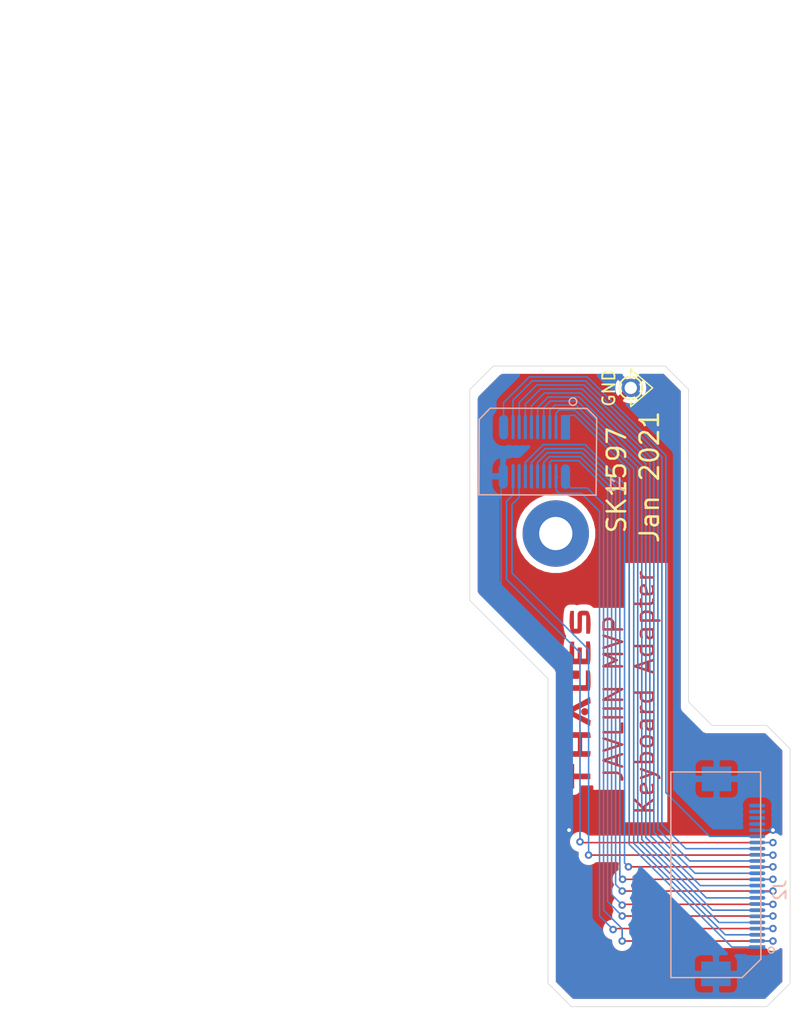
<source format=kicad_pcb>
(kicad_pcb (version 20171130) (host pcbnew "(5.1.9)-1")

  (general
    (thickness 1.6)
    (drawings 110)
    (tracks 186)
    (zones 0)
    (modules 5)
    (nets 25)
  )

  (page A4)
  (layers
    (0 F.Cu signal)
    (31 B.Cu signal)
    (32 B.Adhes user)
    (33 F.Adhes user)
    (34 B.Paste user)
    (35 F.Paste user)
    (36 B.SilkS user)
    (37 F.SilkS user)
    (38 B.Mask user)
    (39 F.Mask user)
    (40 Dwgs.User user)
    (41 Cmts.User user)
    (42 Eco1.User user)
    (43 Eco2.User user)
    (44 Edge.Cuts user)
    (45 Margin user)
    (46 B.CrtYd user)
    (47 F.CrtYd user)
    (48 B.Fab user)
    (49 F.Fab user)
  )

  (setup
    (last_trace_width 0.25)
    (user_trace_width 0.127)
    (trace_clearance 0.2)
    (zone_clearance 0.508)
    (zone_45_only no)
    (trace_min 0.127)
    (via_size 0.8)
    (via_drill 0.4)
    (via_min_size 0.6096)
    (via_min_drill 0.3048)
    (user_via 0.6096 0.3048)
    (uvia_size 0.3)
    (uvia_drill 0.1)
    (uvias_allowed no)
    (uvia_min_size 0.2)
    (uvia_min_drill 0.1)
    (edge_width 0.05)
    (segment_width 0.2)
    (pcb_text_width 0.3)
    (pcb_text_size 1.5 1.5)
    (mod_edge_width 0.12)
    (mod_text_size 1 1)
    (mod_text_width 0.15)
    (pad_size 1.5 1.5)
    (pad_drill 1)
    (pad_to_mask_clearance 0)
    (aux_axis_origin 100.965 121.285)
    (grid_origin 100.965 121.285)
    (visible_elements 7FFFFFFF)
    (pcbplotparams
      (layerselection 0x010fc_ffffffff)
      (usegerberextensions false)
      (usegerberattributes true)
      (usegerberadvancedattributes true)
      (creategerberjobfile true)
      (excludeedgelayer true)
      (linewidth 0.100000)
      (plotframeref false)
      (viasonmask false)
      (mode 1)
      (useauxorigin false)
      (hpglpennumber 1)
      (hpglpenspeed 20)
      (hpglpendiameter 15.000000)
      (psnegative false)
      (psa4output false)
      (plotreference true)
      (plotvalue true)
      (plotinvisibletext false)
      (padsonsilk false)
      (subtractmaskfromsilk false)
      (outputformat 1)
      (mirror false)
      (drillshape 1)
      (scaleselection 1)
      (outputdirectory ""))
  )

  (net 0 "")
  (net 1 "Net-(J1-Pad20)")
  (net 2 "Net-(J1-Pad19)")
  (net 3 "Net-(J1-Pad18)")
  (net 4 "Net-(J1-Pad17)")
  (net 5 "Net-(J1-Pad16)")
  (net 6 "Net-(J1-Pad15)")
  (net 7 "Net-(J1-Pad14)")
  (net 8 "Net-(J1-Pad13)")
  (net 9 "Net-(J1-Pad12)")
  (net 10 "Net-(J1-Pad11)")
  (net 11 "Net-(J1-Pad10)")
  (net 12 "Net-(J1-Pad9)")
  (net 13 "Net-(J1-Pad8)")
  (net 14 "Net-(J1-Pad7)")
  (net 15 "Net-(J1-Pad6)")
  (net 16 "Net-(J1-Pad5)")
  (net 17 "Net-(J1-Pad4)")
  (net 18 "Net-(J1-Pad3)")
  (net 19 "Net-(J1-Pad2)")
  (net 20 "Net-(J1-Pad1)")
  (net 21 "Net-(J2-Pad24)")
  (net 22 "Net-(J2-Pad23)")
  (net 23 "Net-(J2-Pad22)")
  (net 24 "Net-(J2-Pad21)")

  (net_class Default "This is the default net class."
    (clearance 0.2)
    (trace_width 0.25)
    (via_dia 0.8)
    (via_drill 0.4)
    (uvia_dia 0.3)
    (uvia_drill 0.1)
    (add_net "Net-(J1-Pad1)")
    (add_net "Net-(J1-Pad10)")
    (add_net "Net-(J1-Pad11)")
    (add_net "Net-(J1-Pad12)")
    (add_net "Net-(J1-Pad13)")
    (add_net "Net-(J1-Pad14)")
    (add_net "Net-(J1-Pad15)")
    (add_net "Net-(J1-Pad16)")
    (add_net "Net-(J1-Pad17)")
    (add_net "Net-(J1-Pad18)")
    (add_net "Net-(J1-Pad19)")
    (add_net "Net-(J1-Pad2)")
    (add_net "Net-(J1-Pad20)")
    (add_net "Net-(J1-Pad3)")
    (add_net "Net-(J1-Pad4)")
    (add_net "Net-(J1-Pad5)")
    (add_net "Net-(J1-Pad6)")
    (add_net "Net-(J1-Pad7)")
    (add_net "Net-(J1-Pad8)")
    (add_net "Net-(J1-Pad9)")
    (add_net "Net-(J2-Pad21)")
    (add_net "Net-(J2-Pad22)")
    (add_net "Net-(J2-Pad23)")
    (add_net "Net-(J2-Pad24)")
  )

  (module t_misc:TP60 (layer F.Cu) (tedit 600062E0) (tstamp 6000805B)
    (at 114.046 70.993)
    (fp_text reference REF** (at -2.032 0.127) (layer F.SilkS) hide
      (effects (font (size 0.635 0.508) (thickness 0.127)))
    )
    (fp_text value TP (at 0.05 -1.375) (layer F.SilkS) hide
      (effects (font (size 1 1) (thickness 0.15)))
    )
    (fp_circle (center 0 0) (end -0.025 -0.925) (layer F.SilkS) (width 0.15))
    (pad 1 thru_hole circle (at 0 0) (size 1.5 1.5) (drill 1) (layers *.Cu *.Mask)
      (net 1 "Net-(J1-Pad20)"))
  )

  (module t_logos:Thales_15x2_Cu (layer F.Cu) (tedit 0) (tstamp 60007C3A)
    (at 109.9185 96.3295 90)
    (fp_text reference G*** (at 0 0 90) (layer F.SilkS) hide
      (effects (font (size 1.524 1.524) (thickness 0.3)))
    )
    (fp_text value LOGO (at 0.75 0 90) (layer F.SilkS) hide
      (effects (font (size 1.524 1.524) (thickness 0.3)))
    )
    (fp_poly (pts (xy -4.198634 -0.832939) (xy -4.196001 -0.795205) (xy -4.193804 -0.73695) (xy -4.192166 -0.662026)
      (xy -4.191205 -0.574283) (xy -4.191 -0.508) (xy -4.191 -0.169333) (xy -3.104444 -0.169333)
      (xy -3.104444 -0.845605) (xy -3.009194 -0.838391) (xy -2.949411 -0.832474) (xy -2.875537 -0.82319)
      (xy -2.801235 -0.812295) (xy -2.783416 -0.809395) (xy -2.652888 -0.787613) (xy -2.652888 0.801519)
      (xy -2.719916 0.816862) (xy -2.772069 0.826913) (xy -2.839923 0.837428) (xy -2.914046 0.847222)
      (xy -2.98501 0.855107) (xy -3.043385 0.859896) (xy -3.068796 0.860789) (xy -3.1115 0.8608)
      (xy -3.107491 0.515067) (xy -3.103483 0.169334) (xy -4.191 0.169334) (xy -4.191 0.860778)
      (xy -4.250972 0.858923) (xy -4.297411 0.856232) (xy -4.357453 0.851112) (xy -4.407881 0.845815)
      (xy -4.470496 0.837214) (xy -4.533552 0.826442) (xy -4.573687 0.81804) (xy -4.642555 0.801519)
      (xy -4.642555 -0.785731) (xy -4.568472 -0.802212) (xy -4.528446 -0.809379) (xy -4.46901 -0.817984)
      (xy -4.398867 -0.82698) (xy -4.32672 -0.835322) (xy -4.261273 -0.841964) (xy -4.211227 -0.84586)
      (xy -4.201583 -0.846302) (xy -4.198634 -0.832939)) (layer F.Cu) (width 0.01))
    (fp_poly (pts (xy -0.661447 -0.811389) (xy -0.611914 -0.719666) (xy -0.578326 -0.657698) (xy -0.541679 -0.590433)
      (xy -0.515859 -0.543278) (xy -0.487822 -0.491832) (xy -0.452562 -0.426535) (xy -0.416059 -0.358478)
      (xy -0.401728 -0.331611) (xy -0.365181 -0.263531) (xy -0.326005 -0.191469) (xy -0.290835 -0.127601)
      (xy -0.279949 -0.108098) (xy -0.254474 -0.062176) (xy -0.235436 -0.026836) (xy -0.226174 -0.00831)
      (xy -0.225777 -0.007055) (xy -0.219366 0.006482) (xy -0.202362 0.03833) (xy -0.178108 0.082261)
      (xy -0.171537 0.093987) (xy -0.141064 0.14899) (xy -0.103319 0.21825) (xy -0.064132 0.291031)
      (xy -0.042518 0.331611) (xy -0.011685 0.389397) (xy 0.014857 0.438401) (xy 0.034017 0.472964)
      (xy 0.042242 0.486834) (xy 0.052452 0.504267) (xy 0.072817 0.541224) (xy 0.100364 0.592244)
      (xy 0.131402 0.650515) (xy 0.210578 0.800086) (xy 0.137039 0.816149) (xy 0.080339 0.826583)
      (xy 0.007483 0.837287) (xy -0.071975 0.847135) (xy -0.148482 0.855003) (xy -0.212485 0.859764)
      (xy -0.24092 0.860662) (xy -0.29134 0.860778) (xy -0.628975 0.176727) (xy -0.692884 0.047838)
      (xy -0.753352 -0.072971) (xy -0.809193 -0.183408) (xy -0.85922 -0.281182) (xy -0.902248 -0.364)
      (xy -0.93709 -0.429571) (xy -0.962562 -0.475602) (xy -0.977476 -0.499803) (xy -0.980722 -0.502988)
      (xy -0.989502 -0.489881) (xy -1.009572 -0.453797) (xy -1.03973 -0.397068) (xy -1.078776 -0.322024)
      (xy -1.12551 -0.230996) (xy -1.178732 -0.126317) (xy -1.237241 -0.010317) (xy -1.299837 0.114673)
      (xy -1.332916 0.181063) (xy -1.671 0.860778) (xy -1.735083 0.858923) (xy -1.784586 0.856179)
      (xy -1.846528 0.850993) (xy -1.893204 0.846096) (xy -1.945459 0.838937) (xy -2.002586 0.829461)
      (xy -2.057822 0.819016) (xy -2.104404 0.808951) (xy -2.13557 0.800614) (xy -2.144888 0.795906)
      (xy -2.138575 0.78275) (xy -2.121277 0.749457) (xy -2.095457 0.700701) (xy -2.063577 0.641158)
      (xy -2.055032 0.625291) (xy -2.027983 0.575018) (xy -1.989706 0.503736) (xy -1.942281 0.415325)
      (xy -1.887788 0.313665) (xy -1.828305 0.202635) (xy -1.765913 0.086115) (xy -1.702691 -0.032016)
      (xy -1.693396 -0.049389) (xy -1.631253 -0.165536) (xy -1.57052 -0.279033) (xy -1.513114 -0.386297)
      (xy -1.460951 -0.483747) (xy -1.41595 -0.567803) (xy -1.380027 -0.634882) (xy -1.355099 -0.681404)
      (xy -1.351464 -0.688183) (xy -1.281311 -0.818977) (xy -0.661447 -0.811389)) (layer F.Cu) (width 0.01))
    (fp_poly (pts (xy 1.171223 0.479778) (xy 2.370667 0.479778) (xy 2.370667 0.788221) (xy 2.296584 0.803024)
      (xy 2.226328 0.816519) (xy 2.162314 0.827283) (xy 2.099825 0.835669) (xy 2.034143 0.842026)
      (xy 1.960551 0.846705) (xy 1.874332 0.850056) (xy 1.770768 0.852428) (xy 1.645142 0.854174)
      (xy 1.601612 0.854636) (xy 1.447749 0.855609) (xy 1.319143 0.855096) (xy 1.21286 0.853024)
      (xy 1.12597 0.849315) (xy 1.055541 0.843896) (xy 1.019324 0.839706) (xy 0.948032 0.829602)
      (xy 0.877632 0.818638) (xy 0.818936 0.808538) (xy 0.797074 0.804291) (xy 0.719667 0.788221)
      (xy 0.719667 -0.818444) (xy 1.171223 -0.818444) (xy 1.171223 0.479778)) (layer F.Cu) (width 0.01))
    (fp_poly (pts (xy 3.936853 -0.839091) (xy 4.053918 -0.838458) (xy 4.151407 -0.83708) (xy 4.233643 -0.834692)
      (xy 4.30495 -0.83103) (xy 4.369649 -0.825828) (xy 4.432064 -0.818823) (xy 4.496518 -0.80975)
      (xy 4.567333 -0.798344) (xy 4.624917 -0.788498) (xy 4.713112 -0.773214) (xy 4.713112 -0.479778)
      (xy 3.330223 -0.479778) (xy 3.330223 -0.183444) (xy 4.233334 -0.183444) (xy 4.233334 0.141111)
      (xy 3.330223 0.141111) (xy 3.330223 0.493623) (xy 4.720167 0.500945) (xy 4.728173 0.786847)
      (xy 4.639503 0.802886) (xy 4.566475 0.815616) (xy 4.499731 0.825917) (xy 4.434858 0.834082)
      (xy 4.367441 0.840405) (xy 4.293067 0.845182) (xy 4.207322 0.848706) (xy 4.105792 0.851271)
      (xy 3.984062 0.853173) (xy 3.866445 0.85444) (xy 3.696284 0.855445) (xy 3.55211 0.854951)
      (xy 3.431727 0.85291) (xy 3.332938 0.849276) (xy 3.253544 0.844) (xy 3.217334 0.840379)
      (xy 3.142331 0.831198) (xy 3.06807 0.821157) (xy 3.004605 0.811662) (xy 2.971325 0.80597)
      (xy 2.926374 0.797643) (xy 2.89426 0.791936) (xy 2.883131 0.790222) (xy 2.8823 0.776534)
      (xy 2.881519 0.737162) (xy 2.880802 0.674645) (xy 2.880165 0.591519) (xy 2.879622 0.490325)
      (xy 2.879187 0.3736) (xy 2.878875 0.243882) (xy 2.8787 0.10371) (xy 2.878667 0.008504)
      (xy 2.878667 -0.773214) (xy 2.966862 -0.788498) (xy 3.044966 -0.801755) (xy 3.113584 -0.812488)
      (xy 3.177039 -0.820962) (xy 3.239655 -0.82744) (xy 3.305753 -0.832188) (xy 3.379656 -0.835471)
      (xy 3.465688 -0.837552) (xy 3.568172 -0.838697) (xy 3.69143 -0.83917) (xy 3.795889 -0.839243)
      (xy 3.936853 -0.839091)) (layer F.Cu) (width 0.01))
    (fp_poly (pts (xy 6.54541 -0.843056) (xy 6.707517 -0.835716) (xy 6.863703 -0.824264) (xy 7.007405 -0.808941)
      (xy 7.132064 -0.78999) (xy 7.171973 -0.782123) (xy 7.210778 -0.773869) (xy 7.210778 -0.493889)
      (xy 5.757334 -0.493889) (xy 5.757334 -0.199179) (xy 6.374695 -0.194781) (xy 6.524262 -0.193637)
      (xy 6.648309 -0.192447) (xy 6.749535 -0.191091) (xy 6.830644 -0.189446) (xy 6.894335 -0.187391)
      (xy 6.943311 -0.184805) (xy 6.980272 -0.181566) (xy 7.00792 -0.177551) (xy 7.028955 -0.172641)
      (xy 7.04608 -0.166712) (xy 7.051849 -0.164287) (xy 7.119095 -0.122245) (xy 7.173556 -0.063666)
      (xy 7.207885 0.003337) (xy 7.20993 0.010198) (xy 7.215527 0.045253) (xy 7.219772 0.101283)
      (xy 7.222666 0.172354) (xy 7.224207 0.252533) (xy 7.224398 0.335884) (xy 7.223237 0.416475)
      (xy 7.220725 0.488372) (xy 7.216862 0.54564) (xy 7.211648 0.582345) (xy 7.209913 0.58822)
      (xy 7.181453 0.640984) (xy 7.137374 0.686638) (xy 7.075609 0.726034) (xy 6.994089 0.760025)
      (xy 6.890748 0.789459) (xy 6.763517 0.81519) (xy 6.61033 0.838069) (xy 6.59975 0.839436)
      (xy 6.511276 0.847926) (xy 6.401517 0.854032) (xy 6.277306 0.85775) (xy 6.145481 0.859079)
      (xy 6.012876 0.858017) (xy 5.886326 0.854563) (xy 5.772668 0.848715) (xy 5.678736 0.840471)
      (xy 5.671986 0.839672) (xy 5.599528 0.830198) (xy 5.52768 0.819636) (xy 5.467206 0.809616)
      (xy 5.442681 0.804925) (xy 5.362223 0.788221) (xy 5.362223 0.508) (xy 6.843889 0.508)
      (xy 6.843889 0.156586) (xy 6.219473 0.152376) (xy 6.070509 0.151348) (xy 5.947054 0.150357)
      (xy 5.846393 0.149258) (xy 5.765812 0.147906) (xy 5.702598 0.146154) (xy 5.654037 0.143856)
      (xy 5.617415 0.140867) (xy 5.590018 0.13704) (xy 5.569132 0.13223) (xy 5.552045 0.126291)
      (xy 5.536042 0.119077) (xy 5.528127 0.115206) (xy 5.477187 0.085394) (xy 5.437962 0.049811)
      (xy 5.409074 0.004642) (xy 5.389145 -0.053926) (xy 5.376798 -0.12971) (xy 5.370654 -0.226523)
      (xy 5.369278 -0.324555) (xy 5.369558 -0.408946) (xy 5.370857 -0.470742) (xy 5.373859 -0.515571)
      (xy 5.379252 -0.549058) (xy 5.387722 -0.57683) (xy 5.399954 -0.604512) (xy 5.404556 -0.613833)
      (xy 5.444518 -0.674698) (xy 5.495378 -0.715205) (xy 5.496278 -0.715707) (xy 5.555745 -0.741229)
      (xy 5.640179 -0.766355) (xy 5.746327 -0.790322) (xy 5.870935 -0.812367) (xy 5.969 -0.826457)
      (xy 6.089177 -0.837984) (xy 6.229678 -0.844432) (xy 6.383943 -0.846042) (xy 6.54541 -0.843056)) (layer F.Cu) (width 0.01))
    (fp_poly (pts (xy -6.004263 -0.8438) (xy -5.854561 -0.83998) (xy -5.718427 -0.832834) (xy -5.591016 -0.822129)
      (xy -5.467484 -0.807633) (xy -5.379861 -0.79497) (xy -5.235222 -0.77257) (xy -5.235222 -0.479778)
      (xy -6.011333 -0.479778) (xy -6.011333 0.832556) (xy -6.462888 0.832556) (xy -6.462888 -0.479778)
      (xy -7.224888 -0.479778) (xy -7.224888 -0.77297) (xy -7.174663 -0.782392) (xy -7.079109 -0.798504)
      (xy -6.978247 -0.81166) (xy -6.86784 -0.822176) (xy -6.743651 -0.830364) (xy -6.601442 -0.836539)
      (xy -6.436978 -0.841013) (xy -6.363745 -0.842401) (xy -6.172376 -0.84453) (xy -6.004263 -0.8438)) (layer F.Cu) (width 0.01))
    (fp_poly (pts (xy -0.892441 0.111078) (xy -0.814256 0.146246) (xy -0.753158 0.201682) (xy -0.711759 0.274787)
      (xy -0.692667 0.362961) (xy -0.691676 0.391021) (xy -0.704432 0.477593) (xy -0.739457 0.551577)
      (xy -0.792672 0.610495) (xy -0.859998 0.651872) (xy -0.937355 0.673232) (xy -1.020665 0.672097)
      (xy -1.105848 0.645992) (xy -1.109126 0.644447) (xy -1.179667 0.59748) (xy -1.229035 0.537335)
      (xy -1.258211 0.468322) (xy -1.268172 0.394748) (xy -1.259899 0.320922) (xy -1.234371 0.251154)
      (xy -1.192566 0.189751) (xy -1.135466 0.141024) (xy -1.064048 0.109281) (xy -0.985105 0.098778)
      (xy -0.892441 0.111078)) (layer F.Cu) (width 0.01))
  )

  (module "t_connectors:FH12A-24S-0.5SH(55)_flex_connector" (layer B.Cu) (tedit 6000628D) (tstamp 60006321)
    (at 124.3203 116.1796 270)
    (path /5FEC4C3F)
    (attr smd)
    (fp_text reference J2 (at -4.3688 -1.8542 270) (layer B.SilkS)
      (effects (font (size 1 1) (thickness 0.15)) (justify mirror))
    )
    (fp_text value "Conn_FH12A-24S-0.5SH(55)" (at -4.6482 -3.3782 270) (layer B.Fab)
      (effects (font (size 1 1) (thickness 0.15)) (justify mirror))
    )
    (fp_circle (center 0.508 -1.143) (end 0.2794 -1.0668) (layer B.SilkS) (width 0.12))
    (fp_line (start 1.2446 -0.3048) (end 2.7432 1.2192) (layer B.SilkS) (width 0.12))
    (fp_line (start 2.7432 1.2192) (end 2.7432 7.0104) (layer B.SilkS) (width 0.12))
    (fp_line (start 2.7432 7.0104) (end -13.97 7.019) (layer B.SilkS) (width 0.12))
    (fp_line (start -13.97 7.019) (end -13.97 -0.2794) (layer B.SilkS) (width 0.12))
    (fp_line (start -13.97 -0.2794) (end 1.2446 -0.3048) (layer B.SilkS) (width 0.12))
    (fp_line (start 2.4638 6.7564) (end -13.716 6.7056) (layer B.CrtYd) (width 0.05))
    (fp_line (start -13.716 6.7056) (end -13.7192 0.3048) (layer B.CrtYd) (width 0.05))
    (fp_line (start -13.7192 0.3048) (end 2.4924 0.3048) (layer B.CrtYd) (width 0.05))
    (fp_line (start 2.4924 0.3048) (end 2.4638 6.7564) (layer B.CrtYd) (width 0.05))
    (pad 25 smd rect (at 2.4384 3.3528 270) (size 2 2.4) (layers B.Cu B.Paste B.Mask)
      (net 1 "Net-(J1-Pad20)"))
    (pad 26 smd rect (at -13.4112 3.302 270) (size 2 2.4) (layers B.Cu B.Paste B.Mask)
      (net 1 "Net-(J1-Pad20)"))
    (pad 24 smd oval (at -11.2364 0 270) (size 0.3 1.32) (layers B.Cu B.Paste B.Mask)
      (net 21 "Net-(J2-Pad24)"))
    (pad 23 smd oval (at -10.7364 0 270) (size 0.3 1.32) (layers B.Cu B.Paste B.Mask)
      (net 22 "Net-(J2-Pad23)"))
    (pad 22 smd oval (at -10.2364 0 270) (size 0.3 1.32) (layers B.Cu B.Paste B.Mask)
      (net 23 "Net-(J2-Pad22)"))
    (pad 21 smd oval (at -9.7364 0 270) (size 0.3 1.32) (layers B.Cu B.Paste B.Mask)
      (net 24 "Net-(J2-Pad21)"))
    (pad 20 smd oval (at -9.2364 0 270) (size 0.3 1.32) (layers B.Cu B.Paste B.Mask)
      (net 1 "Net-(J1-Pad20)"))
    (pad 19 smd oval (at -8.7364 0 270) (size 0.3 1.32) (layers B.Cu B.Paste B.Mask)
      (net 2 "Net-(J1-Pad19)"))
    (pad 18 smd oval (at -8.2364 0 270) (size 0.3 1.32) (layers B.Cu B.Paste B.Mask)
      (net 3 "Net-(J1-Pad18)"))
    (pad 17 smd oval (at -7.7364 0 270) (size 0.3 1.32) (layers B.Cu B.Paste B.Mask)
      (net 4 "Net-(J1-Pad17)"))
    (pad 16 smd oval (at -7.2364 0 270) (size 0.3 1.32) (layers B.Cu B.Paste B.Mask)
      (net 5 "Net-(J1-Pad16)"))
    (pad 15 smd oval (at -6.7364 0 270) (size 0.3 1.32) (layers B.Cu B.Paste B.Mask)
      (net 6 "Net-(J1-Pad15)"))
    (pad 14 smd oval (at -6.2364 0 270) (size 0.3 1.32) (layers B.Cu B.Paste B.Mask)
      (net 7 "Net-(J1-Pad14)"))
    (pad 13 smd oval (at -5.7364 0 270) (size 0.3 1.32) (layers B.Cu B.Paste B.Mask)
      (net 8 "Net-(J1-Pad13)"))
    (pad 12 smd oval (at -5.2364 0 270) (size 0.3 1.32) (layers B.Cu B.Paste B.Mask)
      (net 9 "Net-(J1-Pad12)"))
    (pad 11 smd oval (at -4.7364 0 270) (size 0.3 1.32) (layers B.Cu B.Paste B.Mask)
      (net 10 "Net-(J1-Pad11)"))
    (pad 10 smd oval (at -4.2364 0 270) (size 0.3 1.32) (layers B.Cu B.Paste B.Mask)
      (net 11 "Net-(J1-Pad10)"))
    (pad 9 smd oval (at -3.7364 0 270) (size 0.3 1.32) (layers B.Cu B.Paste B.Mask)
      (net 12 "Net-(J1-Pad9)"))
    (pad 8 smd oval (at -3.2364 0 270) (size 0.3 1.32) (layers B.Cu B.Paste B.Mask)
      (net 13 "Net-(J1-Pad8)"))
    (pad 7 smd oval (at -2.7364 0 270) (size 0.3 1.32) (layers B.Cu B.Paste B.Mask)
      (net 14 "Net-(J1-Pad7)"))
    (pad 6 smd oval (at -2.2364 0 270) (size 0.3 1.32) (layers B.Cu B.Paste B.Mask)
      (net 15 "Net-(J1-Pad6)"))
    (pad 5 smd oval (at -1.7364 0 270) (size 0.3 1.32) (layers B.Cu B.Paste B.Mask)
      (net 16 "Net-(J1-Pad5)"))
    (pad 4 smd oval (at -1.2364 0 270) (size 0.3 1.32) (layers B.Cu B.Paste B.Mask)
      (net 17 "Net-(J1-Pad4)"))
    (pad 3 smd oval (at -0.7364 0 270) (size 0.3 1.32) (layers B.Cu B.Paste B.Mask)
      (net 18 "Net-(J1-Pad3)"))
    (pad 2 smd oval (at -0.2364 0 270) (size 0.3 1.32) (layers B.Cu B.Paste B.Mask)
      (net 19 "Net-(J1-Pad2)"))
    (pad 1 smd rect (at 0.2636 0 270) (size 0.3 1.32) (layers B.Cu B.Paste B.Mask)
      (net 20 "Net-(J1-Pad1)"))
    (model ${T_LIBS}/3d/t_connectors/FH12A-24S-0.5SH.stp
      (offset (xyz -26 22 0))
      (scale (xyz 1 1 1))
      (rotate (xyz 0 90 0))
    )
  )

  (module t_connectors:AXK5S20047Y_socket (layer B.Cu) (tedit 600061E8) (tstamp 5FF5087C)
    (at 106.2228 76.1746 180)
    (path /5FE40396)
    (attr smd)
    (fp_text reference J1 (at -6.5786 -2.667) (layer B.SilkS)
      (effects (font (size 1 1) (thickness 0.15)) (justify mirror))
    )
    (fp_text value AXK520147YG_socket (at 0 0) (layer B.Fab)
      (effects (font (size 1 1) (thickness 0.15)) (justify mirror))
    )
    (fp_line (start 4.4958 2.6162) (end 3.6068 3.5306) (layer B.SilkS) (width 0.12))
    (fp_line (start -5.0038 -3.5306) (end -5.0546 2.7178) (layer B.SilkS) (width 0.12))
    (fp_line (start -4.2546 3.5178) (end 3.6068 3.5306) (layer B.SilkS) (width 0.12))
    (fp_line (start 4.4958 2.6162) (end 4.5212 -3.5052) (layer B.SilkS) (width 0.12))
    (fp_line (start 4.5212 -3.5052) (end -5.0038 -3.5306) (layer B.SilkS) (width 0.12))
    (fp_line (start -3.1242 3.2234) (end 3.175 3.25) (layer B.CrtYd) (width 0.05))
    (fp_line (start 3.175 3.25) (end 3.175 -3.25) (layer B.CrtYd) (width 0.05))
    (fp_line (start 3.175 -3.25) (end -3.1242 -3.2512) (layer B.CrtYd) (width 0.05))
    (fp_line (start -3.1242 -3.2512) (end -3.1242 3.2234) (layer B.CrtYd) (width 0.05))
    (fp_line (start -5.0546 2.7178) (end -4.2546 3.5178) (layer B.SilkS) (width 0.12))
    (fp_circle (center -3.1242 4.064) (end -2.8448 4.191) (layer B.SilkS) (width 0.12))
    (pad 20 smd oval (at 2.54 -2 180) (size 0.75 2) (layers B.Cu B.Paste B.Mask)
      (net 1 "Net-(J1-Pad20)"))
    (pad 19 smd oval (at 2.5146 1.9812 180) (size 0.75 2) (layers B.Cu B.Paste B.Mask)
      (net 2 "Net-(J1-Pad19)"))
    (pad 18 smd oval (at 1.75 -2 180) (size 0.25 2) (layers B.Cu B.Paste B.Mask)
      (net 3 "Net-(J1-Pad18)"))
    (pad 17 smd oval (at 1.75 2 180) (size 0.25 2) (layers B.Cu B.Paste B.Mask)
      (net 4 "Net-(J1-Pad17)"))
    (pad 16 smd oval (at 1.25 -2 180) (size 0.25 2) (layers B.Cu B.Paste B.Mask)
      (net 5 "Net-(J1-Pad16)"))
    (pad 15 smd oval (at 1.25 2 180) (size 0.25 2) (layers B.Cu B.Paste B.Mask)
      (net 6 "Net-(J1-Pad15)"))
    (pad 14 smd oval (at 0.75 -2 180) (size 0.25 2) (layers B.Cu B.Paste B.Mask)
      (net 7 "Net-(J1-Pad14)"))
    (pad 13 smd oval (at 0.75 2 180) (size 0.25 2) (layers B.Cu B.Paste B.Mask)
      (net 8 "Net-(J1-Pad13)"))
    (pad 12 smd oval (at 0.25 -2 180) (size 0.25 2) (layers B.Cu B.Paste B.Mask)
      (net 9 "Net-(J1-Pad12)"))
    (pad 11 smd oval (at 0.25 2 180) (size 0.25 2) (layers B.Cu B.Paste B.Mask)
      (net 10 "Net-(J1-Pad11)"))
    (pad 10 smd oval (at -0.25 -2 180) (size 0.25 2) (layers B.Cu B.Paste B.Mask)
      (net 11 "Net-(J1-Pad10)"))
    (pad 9 smd oval (at -0.25 2 180) (size 0.25 2) (layers B.Cu B.Paste B.Mask)
      (net 12 "Net-(J1-Pad9)"))
    (pad 8 smd oval (at -0.75 -2 180) (size 0.25 2) (layers B.Cu B.Paste B.Mask)
      (net 13 "Net-(J1-Pad8)"))
    (pad 7 smd oval (at -0.75 2 180) (size 0.25 2) (layers B.Cu B.Paste B.Mask)
      (net 14 "Net-(J1-Pad7)"))
    (pad 6 smd oval (at -1.25 -2 180) (size 0.25 2) (layers B.Cu B.Paste B.Mask)
      (net 15 "Net-(J1-Pad6)"))
    (pad 5 smd oval (at -1.25 2 180) (size 0.25 2) (layers B.Cu B.Paste B.Mask)
      (net 16 "Net-(J1-Pad5)"))
    (pad 4 smd oval (at -1.75 -2 180) (size 0.25 2) (layers B.Cu B.Paste B.Mask)
      (net 17 "Net-(J1-Pad4)"))
    (pad 3 smd oval (at -1.75 2 180) (size 0.25 2) (layers B.Cu B.Paste B.Mask)
      (net 18 "Net-(J1-Pad3)"))
    (pad 2 smd oval (at -2.5146 -2.032 180) (size 0.75 2) (layers B.Cu B.Paste B.Mask)
      (net 19 "Net-(J1-Pad2)"))
    (pad 1 smd rect (at -2.5146 1.9812 180) (size 0.75 2) (layers B.Cu B.Paste B.Mask)
      (net 20 "Net-(J1-Pad1)"))
  )

  (module MountingHole:MountingHole_2.7mm_M2.5_Pad_TopBottom (layer F.Cu) (tedit 56D1B4CB) (tstamp 5FF4C02D)
    (at 107.95 82.8294)
    (descr "Mounting Hole 2.7mm, M2.5")
    (tags "mounting hole 2.7mm m2.5")
    (attr virtual)
    (fp_text reference REF** (at 0 -3.7) (layer F.SilkS) hide
      (effects (font (size 1 1) (thickness 0.15)))
    )
    (fp_text value MountingHole_2.7mm_M2.5_Pad_TopBottom (at 0 3.7) (layer F.Fab)
      (effects (font (size 1 1) (thickness 0.15)))
    )
    (fp_circle (center 0 0) (end 2.95 0) (layer F.CrtYd) (width 0.05))
    (fp_circle (center 0 0) (end 2.7 0) (layer Cmts.User) (width 0.15))
    (fp_text user %R (at 0.3 0) (layer F.Fab)
      (effects (font (size 1 1) (thickness 0.15)))
    )
    (pad 1 connect circle (at 0 0) (size 5.4 5.4) (layers B.Cu B.Mask))
    (pad 1 connect circle (at 0 0) (size 5.4 5.4) (layers F.Cu F.Mask))
    (pad 1 thru_hole circle (at 0 0) (size 3.1 3.1) (drill 2.7) (layers *.Cu *.Mask))
  )

  (gr_text SK1597 (at 112.903 78.486 90) (layer F.SilkS) (tstamp 60008A9D)
    (effects (font (size 1.5 1.5) (thickness 0.2032)))
  )
  (gr_text "Keyboard Adapter" (at 115.189 95.758 90) (layer F.Cu) (tstamp 60008482)
    (effects (font (size 1.5 1.5) (thickness 0.2032)))
  )
  (gr_text GND (at 112.268 70.993 90) (layer F.SilkS)
    (effects (font (size 1 1) (thickness 0.15)))
  )
  (gr_line (start 114.046 69.469) (end 114.046 69.85) (layer F.SilkS) (width 0.12))
  (gr_line (start 115.824 70.993) (end 114.046 69.469) (layer F.SilkS) (width 0.12))
  (gr_line (start 114.046 72.517) (end 115.824 70.993) (layer F.SilkS) (width 0.12))
  (gr_line (start 114.046 72.136) (end 114.046 72.517) (layer F.SilkS) (width 0.12))
  (gr_text "Jan 2021" (at 115.57 78.232 90) (layer F.SilkS)
    (effects (font (size 1.5 1.5) (thickness 0.2032)))
  )
  (gr_text "JAVLIIN MVP" (at 112.649 96.266 90) (layer F.Cu)
    (effects (font (size 1.5 1.5) (thickness 0.2032)))
  )
  (gr_line (start 127 119.38) (end 125.095 121.285) (layer Edge.Cuts) (width 0.05))
  (gr_line (start 102.87 69.215) (end 100.965 71.12) (layer Edge.Cuts) (width 0.05))
  (gr_line (start 118.745 71.12) (end 116.84 69.215) (layer Edge.Cuts) (width 0.05))
  (gr_line (start 118.745 96.52) (end 118.745 71.12) (layer Edge.Cuts) (width 0.05))
  (gr_line (start 120.65 98.425) (end 118.745 96.52) (layer Edge.Cuts) (width 0.05))
  (gr_line (start 125.095 98.425) (end 120.65 98.425) (layer Edge.Cuts) (width 0.05))
  (gr_line (start 127 100.33) (end 125.095 98.425) (layer Edge.Cuts) (width 0.05))
  (gr_line (start 107.315 119.38) (end 109.22 121.285) (layer Edge.Cuts) (width 0.05))
  (gr_line (start 107.315 94.615) (end 107.315 119.38) (layer Edge.Cuts) (width 0.05))
  (gr_line (start 100.965 88.265) (end 107.315 94.615) (layer Edge.Cuts) (width 0.05))
  (gr_line (start 109.22 121.285) (end 125.095 121.285) (layer Edge.Cuts) (width 0.05) (tstamp 60006CBD))
  (gr_line (start 102.87 69.215) (end 116.84 69.215) (layer Edge.Cuts) (width 0.05) (tstamp 5FF361D7))
  (gr_line (start 127 100.33) (end 127 119.38) (layer Edge.Cuts) (width 0.05) (tstamp 5FECCF92))
  (gr_line (start 100.965 88.265) (end 100.965 71.12) (layer Edge.Cuts) (width 0.05))
  (gr_line (start 103.8672 78.6786) (end 103.8672 78.2786) (layer Dwgs.User) (width 0.02))
  (gr_line (start 104.0672 78.6786) (end 104.0672 78.2786) (layer Dwgs.User) (width 0.02))
  (gr_line (start 63.7992 48.6196) (end 64.3072 48.6196) (layer Dwgs.User) (width 0.02))
  (gr_line (start 104.3672 78.6786) (end 104.3672 78.2786) (layer Dwgs.User) (width 0.02))
  (gr_line (start 105.3672 78.6786) (end 105.3672 78.2786) (layer Dwgs.User) (width 0.02))
  (gr_line (start 104.8672 78.6786) (end 104.8672 78.2786) (layer Dwgs.User) (width 0.02))
  (gr_line (start 104.5672 78.6786) (end 104.5672 78.2786) (layer Dwgs.User) (width 0.02))
  (gr_line (start 105.0672 78.6786) (end 105.0672 78.2786) (layer Dwgs.User) (width 0.02))
  (gr_line (start 72.3082 40.7456) (end 73.5782 39.4756) (layer Dwgs.User) (width 0.02))
  (gr_line (start 104.0672 78.6786) (end 103.8672 78.6786) (layer Dwgs.User) (width 0.02))
  (gr_line (start 106.5672 78.6786) (end 106.3672 78.6786) (layer Dwgs.User) (width 0.02))
  (gr_line (start 65.3232 46.3336) (end 65.3232 47.6036) (layer Dwgs.User) (width 0.02))
  (gr_line (start 107.5672 78.6786) (end 107.3672 78.6786) (layer Dwgs.User) (width 0.02))
  (gr_line (start 69.2602 42.9046) (end 69.2602 40.4916) (layer Dwgs.User) (width 0.02))
  (gr_line (start 62.7832 56.664078) (end 62.7832 49.6356) (layer Dwgs.User) (width 0.02))
  (gr_line (start 105.5672 78.6786) (end 105.3672 78.6786) (layer Dwgs.User) (width 0.02))
  (gr_line (start 104.5672 78.6786) (end 104.3672 78.6786) (layer Dwgs.User) (width 0.02))
  (gr_line (start 65.3232 46.3336) (end 65.3232 46.7146) (layer Dwgs.User) (width 0.02))
  (gr_line (start 69.2602 42.9046) (end 69.2602 40.4916) (layer Dwgs.User) (width 0.02))
  (gr_line (start 70.796699 46.7146) (end 72.3082 45.203099) (layer Dwgs.User) (width 0.02))
  (gr_line (start 108.7572 86.4656) (end 69.1332 86.4656) (layer Dwgs.User) (width 0.02))
  (gr_line (start 62.7832 80.1156) (end 62.7832 62.927123) (layer Dwgs.User) (width 0.02))
  (gr_line (start 105.0672 78.6786) (end 104.8672 78.6786) (layer Dwgs.User) (width 0.02))
  (gr_line (start 107.0672 78.6786) (end 106.8672 78.6786) (layer Dwgs.User) (width 0.02))
  (gr_line (start 108.0672 78.6786) (end 107.8672 78.6786) (layer Dwgs.User) (width 0.02))
  (gr_line (start 72.3082 40.7456) (end 72.3082 46.7146) (layer Dwgs.User) (width 0.02))
  (gr_line (start 106.0672 78.6786) (end 105.8672 78.6786) (layer Dwgs.User) (width 0.02))
  (gr_line (start 108.5672 78.6786) (end 108.3672 78.6786) (layer Dwgs.User) (width 0.02))
  (gr_line (start 105.5822 43.5396) (end 108.6302 40.4916) (layer Dwgs.User) (width 0.02))
  (gr_arc (start 114.0912 46.3336) (end 115.1072 46.3336) (angle -90) (layer Dwgs.User) (width 0.02))
  (gr_arc (start 114.0912 62.927123) (end 115.1072 62.927123) (angle -35.95056762) (layer Dwgs.User) (width 0.02))
  (gr_arc (start 64.3072 47.6036) (end 64.3072 48.6196) (angle -90) (layer Dwgs.User) (width 0.02))
  (gr_arc (start 107.6142 40.4916) (end 108.6302 40.4916) (angle -90) (layer Dwgs.User) (width 0.02))
  (gr_arc (start 66.3392 46.3336) (end 66.3392 45.3176) (angle -90) (layer Dwgs.User) (width 0.02))
  (gr_circle (center 107.9952 82.7826) (end 111.2972 82.7826) (layer Dwgs.User) (width 0.02))
  (gr_arc (start 70.2762 40.4916) (end 70.2762 39.4756) (angle -90) (layer Dwgs.User) (width 0.02))
  (gr_arc (start 118.4092 59.7956) (end 114.913676 57.260558) (angle -71.90113524) (layer Dwgs.User) (width 0.02))
  (gr_arc (start 66.3392 46.3336) (end 66.3392 45.3176) (angle -90) (layer Dwgs.User) (width 0.02))
  (gr_circle (center 103.0422 53.4456) (end 103.4486 53.4456) (layer Dwgs.User) (width 0.02))
  (gr_arc (start 63.7992 56.664078) (end 62.7832 56.664078) (angle -35.95056762) (layer Dwgs.User) (width 0.02))
  (gr_arc (start 114.0912 56.664078) (end 114.913676 57.260558) (angle -35.95056762) (layer Dwgs.User) (width 0.02))
  (gr_arc (start 111.0432 42.9046) (end 108.6302 42.9046) (angle -90) (layer Dwgs.User) (width 0.02))
  (gr_circle (center 107.9952 82.7826) (end 110.1161 82.7826) (layer Dwgs.User) (width 0.02))
  (gr_arc (start 63.7992 49.6356) (end 63.7992 48.6196) (angle -90) (layer Dwgs.User) (width 0.02))
  (gr_circle (center 107.9952 82.7826) (end 110.1161 82.7826) (layer Dwgs.User) (width 0.02))
  (gr_arc (start 66.8472 42.9046) (end 66.8472 45.3176) (angle -90) (layer Dwgs.User) (width 0.02))
  (gr_arc (start 111.0432 42.9046) (end 108.6302 42.9046) (angle -90) (layer Dwgs.User) (width 0.02))
  (gr_arc (start 107.6142 40.4916) (end 108.6302 40.4916) (angle -90) (layer Dwgs.User) (width 0.02))
  (gr_arc (start 70.2762 40.4916) (end 70.2762 39.4756) (angle -90) (layer Dwgs.User) (width 0.02))
  (gr_arc (start 114.0912 46.3336) (end 115.1072 46.3336) (angle -90) (layer Dwgs.User) (width 0.02))
  (gr_line (start 105.5822 40.7456) (end 104.3122 39.4756) (layer Dwgs.User) (width 0.02))
  (gr_arc (start 66.8472 42.9046) (end 66.8472 45.3176) (angle -90) (layer Dwgs.User) (width 0.02))
  (gr_arc (start 59.4812 59.7956) (end 62.976724 62.330642) (angle -71.90113524) (layer Dwgs.User) (width 0.02))
  (gr_circle (center 74.8482 70.2096) (end 75.2546 70.2096) (layer Dwgs.User) (width 0.02))
  (gr_arc (start 63.7992 62.927123) (end 62.976724 62.330642) (angle -35.95056762) (layer Dwgs.User) (width 0.02))
  (gr_circle (center 69.8952 82.7826) (end 73.1972 82.7826) (layer Dwgs.User) (width 0.02))
  (gr_arc (start 69.1332 80.1156) (end 62.7832 80.1156) (angle -90) (layer Dwgs.User) (width 0.02))
  (gr_line (start 70.2762 39.4756) (end 73.5782 39.4756) (layer Dwgs.User) (width 0.02))
  (gr_line (start 108.3672 78.6786) (end 108.3672 78.2786) (layer Dwgs.User) (width 0.02))
  (gr_line (start 108.0672 78.6786) (end 108.0672 78.2786) (layer Dwgs.User) (width 0.02))
  (gr_line (start 115.1072 46.3336) (end 115.1072 46.7146) (layer Dwgs.User) (width 0.02))
  (gr_line (start 104.3122 39.4756) (end 107.6142 39.4756) (layer Dwgs.User) (width 0.02))
  (gr_line (start 108.6302 40.4916) (end 108.6302 42.9046) (layer Dwgs.User) (width 0.02))
  (gr_line (start 108.6302 40.4916) (end 108.6302 42.9046) (layer Dwgs.User) (width 0.02))
  (gr_line (start 108.5672 78.6786) (end 108.5672 78.2786) (layer Dwgs.User) (width 0.02))
  (gr_circle (center 69.8952 82.7826) (end 72.0161 82.7826) (layer Dwgs.User) (width 0.02))
  (gr_line (start 115.1072 46.3336) (end 115.1072 56.664078) (layer Dwgs.User) (width 0.02))
  (gr_line (start 107.9952 86.0846) (end 111.2972 82.7826) (layer Dwgs.User) (width 0.02))
  (gr_circle (center 69.8952 82.7826) (end 72.0161 82.7826) (layer Dwgs.User) (width 0.02))
  (gr_line (start 70.2762 39.4756) (end 107.6142 39.4756) (layer Dwgs.User) (width 0.02))
  (gr_line (start 107.0672 78.6786) (end 107.0672 78.2786) (layer Dwgs.User) (width 0.02))
  (gr_line (start 107.3672 78.6786) (end 107.3672 78.2786) (layer Dwgs.User) (width 0.02))
  (gr_line (start 107.8672 78.6786) (end 107.8672 78.2786) (layer Dwgs.User) (width 0.02))
  (gr_line (start 106.5672 78.6786) (end 106.5672 78.2786) (layer Dwgs.User) (width 0.02))
  (gr_line (start 106.8672 78.6786) (end 106.8672 78.2786) (layer Dwgs.User) (width 0.02))
  (gr_line (start 111.0432 45.3176) (end 114.0912 45.3176) (layer Dwgs.User) (width 0.02))
  (gr_line (start 111.0432 45.3176) (end 114.0912 45.3176) (layer Dwgs.User) (width 0.02))
  (gr_line (start 66.3392 45.3176) (end 66.8472 45.3176) (layer Dwgs.User) (width 0.02))
  (gr_line (start 66.3392 45.3176) (end 66.8472 45.3176) (layer Dwgs.User) (width 0.02))
  (gr_line (start 107.5672 78.6786) (end 107.5672 78.2786) (layer Dwgs.User) (width 0.02))
  (gr_line (start 106.3672 78.6786) (end 106.3672 78.2786) (layer Dwgs.User) (width 0.02))
  (gr_line (start 72.3082 46.7146) (end 65.3232 46.7146) (layer Dwgs.User) (width 0.02))
  (gr_line (start 105.5822 40.7456) (end 105.5822 46.7146) (layer Dwgs.User) (width 0.02))
  (gr_line (start 105.5672 78.6786) (end 105.5672 78.2786) (layer Dwgs.User) (width 0.02))
  (gr_line (start 105.5822 46.7146) (end 115.1072 46.7146) (layer Dwgs.User) (width 0.02))
  (gr_line (start 105.8672 78.6786) (end 105.8672 78.2786) (layer Dwgs.User) (width 0.02))
  (gr_line (start 106.0672 78.6786) (end 106.0672 78.2786) (layer Dwgs.User) (width 0.02))

  (segment (start 125.5938 106.9432) (end 125.603 106.934) (width 0.127) (layer B.Cu) (net 1))
  (segment (start 124.3203 106.9432) (end 125.5938 106.9432) (width 0.127) (layer B.Cu) (net 1))
  (via (at 125.603 106.934) (size 0.6096) (drill 0.3048) (layers F.Cu B.Cu) (net 1))
  (via (at 109.029499 106.933996) (size 0.6096) (drill 0.3048) (layers F.Cu B.Cu) (net 1))
  (segment (start 125.603 106.934) (end 109.029503 106.934) (width 0.127) (layer F.Cu) (net 1))
  (segment (start 109.029503 106.934) (end 109.029499 106.933996) (width 0.127) (layer F.Cu) (net 1))
  (segment (start 109.029499 92.709999) (end 109.029499 106.933996) (width 0.127) (layer B.Cu) (net 1))
  (segment (start 103.505 87.1855) (end 109.029499 92.709999) (width 0.127) (layer B.Cu) (net 1))
  (segment (start 103.505 78.3524) (end 103.505 87.1855) (width 0.127) (layer B.Cu) (net 1))
  (segment (start 103.6828 78.1746) (end 103.505 78.3524) (width 0.127) (layer B.Cu) (net 1))
  (segment (start 103.7082 72.1868) (end 105.794077 70.100923) (width 0.127) (layer B.Cu) (net 2))
  (segment (start 105.794077 70.100923) (end 110.52159 70.100923) (width 0.127) (layer B.Cu) (net 2))
  (segment (start 110.52159 70.100923) (end 116.9035 76.482833) (width 0.127) (layer B.Cu) (net 2))
  (segment (start 116.9035 76.482833) (end 116.9035 103.886) (width 0.127) (layer B.Cu) (net 2))
  (segment (start 116.9035 103.886) (end 120.4607 107.4432) (width 0.127) (layer B.Cu) (net 2))
  (segment (start 120.4607 107.4432) (end 124.3203 107.4432) (width 0.127) (layer B.Cu) (net 2))
  (segment (start 103.7082 74.1934) (end 103.7082 72.1868) (width 0.127) (layer B.Cu) (net 2))
  (via (at 125.603 107.950004) (size 0.6096) (drill 0.3048) (layers F.Cu B.Cu) (net 3))
  (segment (start 124.3203 107.9432) (end 125.596196 107.9432) (width 0.127) (layer B.Cu) (net 3))
  (segment (start 125.596196 107.9432) (end 125.603 107.950004) (width 0.127) (layer B.Cu) (net 3))
  (via (at 109.9185 107.886496) (size 0.6096) (drill 0.3048) (layers F.Cu B.Cu) (net 3))
  (segment (start 125.603 107.950004) (end 109.982008 107.950004) (width 0.127) (layer F.Cu) (net 3))
  (segment (start 109.982008 107.950004) (end 109.9185 107.886496) (width 0.127) (layer F.Cu) (net 3))
  (segment (start 103.9495 86.5505) (end 109.9185 92.5195) (width 0.127) (layer B.Cu) (net 3))
  (segment (start 103.9495 80.2005) (end 103.9495 86.5505) (width 0.127) (layer B.Cu) (net 3))
  (segment (start 109.9185 92.5195) (end 109.9185 107.886496) (width 0.127) (layer B.Cu) (net 3))
  (segment (start 104.4728 79.6772) (end 103.9495 80.2005) (width 0.127) (layer B.Cu) (net 3))
  (segment (start 104.4728 78.1746) (end 104.4728 79.6772) (width 0.127) (layer B.Cu) (net 3))
  (segment (start 116.576489 106.497952) (end 118.521737 108.4432) (width 0.127) (layer B.Cu) (net 4))
  (segment (start 116.576489 76.618285) (end 116.576489 106.497952) (width 0.127) (layer B.Cu) (net 4))
  (segment (start 106.038566 70.427934) (end 110.386138 70.427934) (width 0.127) (layer B.Cu) (net 4))
  (segment (start 118.521737 108.4432) (end 124.3203 108.4432) (width 0.127) (layer B.Cu) (net 4))
  (segment (start 110.386138 70.427934) (end 116.576489 76.618285) (width 0.127) (layer B.Cu) (net 4))
  (segment (start 104.4728 74.1746) (end 104.4728 71.9937) (width 0.127) (layer B.Cu) (net 4))
  (segment (start 104.4728 71.9937) (end 106.038566 70.427934) (width 0.127) (layer B.Cu) (net 4))
  (segment (start 125.5802 108.9432) (end 125.603 108.966) (width 0.127) (layer B.Cu) (net 5))
  (segment (start 124.3203 108.9432) (end 125.5802 108.9432) (width 0.127) (layer B.Cu) (net 5))
  (via (at 125.603 108.966) (size 0.6096) (drill 0.3048) (layers F.Cu B.Cu) (net 5))
  (via (at 110.617 108.966) (size 0.6096) (drill 0.3048) (layers F.Cu B.Cu) (net 5))
  (segment (start 125.603 108.966) (end 110.617 108.966) (width 0.127) (layer F.Cu) (net 5))
  (segment (start 110.617 92.2655) (end 110.617 108.966) (width 0.127) (layer B.Cu) (net 5))
  (segment (start 104.394 86.0425) (end 110.617 92.2655) (width 0.127) (layer B.Cu) (net 5))
  (segment (start 104.394 80.47246) (end 104.394 86.0425) (width 0.127) (layer B.Cu) (net 5))
  (segment (start 104.965499 79.900961) (end 104.394 80.47246) (width 0.127) (layer B.Cu) (net 5))
  (segment (start 104.9655 78.1819) (end 104.965499 79.900961) (width 0.127) (layer B.Cu) (net 5))
  (segment (start 104.9728 78.1746) (end 104.9655 78.1819) (width 0.127) (layer B.Cu) (net 5))
  (segment (start 104.9728 72.1922) (end 106.410055 70.754945) (width 0.127) (layer B.Cu) (net 6))
  (segment (start 110.250686 70.754945) (end 116.249478 76.753737) (width 0.127) (layer B.Cu) (net 6))
  (segment (start 104.9728 74.1746) (end 104.9728 72.1922) (width 0.127) (layer B.Cu) (net 6))
  (segment (start 118.8412 109.4432) (end 124.3203 109.4432) (width 0.127) (layer B.Cu) (net 6))
  (segment (start 116.249478 106.851478) (end 118.8412 109.4432) (width 0.127) (layer B.Cu) (net 6))
  (segment (start 116.249478 76.753737) (end 116.249478 106.851478) (width 0.127) (layer B.Cu) (net 6))
  (segment (start 106.410055 70.754945) (end 110.250686 70.754945) (width 0.127) (layer B.Cu) (net 6))
  (segment (start 125.5783 109.9432) (end 125.603 109.9185) (width 0.127) (layer B.Cu) (net 7))
  (segment (start 124.3203 109.9432) (end 125.5783 109.9432) (width 0.127) (layer B.Cu) (net 7))
  (via (at 125.603 109.9185) (size 0.6096) (drill 0.3048) (layers F.Cu B.Cu) (net 7))
  (segment (start 125.603 109.9185) (end 113.8555 109.9185) (width 0.127) (layer F.Cu) (net 7))
  (via (at 113.8555 109.9185) (size 0.6096) (drill 0.3048) (layers F.Cu B.Cu) (net 7))
  (segment (start 113.538 109.601) (end 113.8555 109.9185) (width 0.127) (layer B.Cu) (net 7))
  (segment (start 113.538 78.795148) (end 113.538 109.601) (width 0.127) (layer B.Cu) (net 7))
  (segment (start 110.345898 75.603046) (end 113.538 78.795148) (width 0.127) (layer B.Cu) (net 7))
  (segment (start 106.917354 75.603046) (end 110.345898 75.603046) (width 0.127) (layer B.Cu) (net 7))
  (segment (start 105.4728 77.0476) (end 106.917354 75.603046) (width 0.127) (layer B.Cu) (net 7))
  (segment (start 105.4728 78.1746) (end 105.4728 77.0476) (width 0.127) (layer B.Cu) (net 7))
  (segment (start 119.2697 110.4432) (end 124.3203 110.4432) (width 0.127) (layer B.Cu) (net 8))
  (segment (start 110.115234 71.081956) (end 115.922467 76.889189) (width 0.127) (layer B.Cu) (net 8))
  (segment (start 115.922467 76.889189) (end 115.922467 107.095967) (width 0.127) (layer B.Cu) (net 8))
  (segment (start 105.4728 72.3272) (end 106.718044 71.081956) (width 0.127) (layer B.Cu) (net 8))
  (segment (start 105.4728 74.1746) (end 105.4728 72.3272) (width 0.127) (layer B.Cu) (net 8))
  (segment (start 115.922467 107.095967) (end 119.2697 110.4432) (width 0.127) (layer B.Cu) (net 8))
  (segment (start 106.718044 71.081956) (end 110.115234 71.081956) (width 0.127) (layer B.Cu) (net 8))
  (via (at 125.603 110.9345) (size 0.6096) (drill 0.3048) (layers F.Cu B.Cu) (net 9))
  (segment (start 124.3203 110.9432) (end 125.5943 110.9432) (width 0.127) (layer B.Cu) (net 9))
  (segment (start 125.5943 110.9432) (end 125.603 110.9345) (width 0.127) (layer B.Cu) (net 9))
  (segment (start 105.9728 78.1746) (end 105.9728 77.0476) (width 0.127) (layer B.Cu) (net 9))
  (segment (start 105.9728 77.0476) (end 107.090343 75.930057) (width 0.127) (layer B.Cu) (net 9))
  (segment (start 113.157 110.709146) (end 113.382354 110.9345) (width 0.127) (layer B.Cu) (net 9))
  (segment (start 110.210446 75.930057) (end 113.157 78.876611) (width 0.127) (layer B.Cu) (net 9))
  (segment (start 113.157 78.876611) (end 113.157 110.709146) (width 0.127) (layer B.Cu) (net 9))
  (segment (start 107.090343 75.930057) (end 110.210446 75.930057) (width 0.127) (layer B.Cu) (net 9))
  (segment (start 125.603 110.9345) (end 113.382354 110.9345) (width 0.127) (layer F.Cu) (net 9))
  (via (at 113.382354 110.9345) (size 0.6096) (drill 0.3048) (layers F.Cu B.Cu) (net 9))
  (segment (start 105.9728 74.1746) (end 105.9728 72.4622) (width 0.127) (layer B.Cu) (net 10))
  (segment (start 107.026033 71.408967) (end 109.979782 71.408967) (width 0.127) (layer B.Cu) (net 10))
  (segment (start 109.979782 71.408967) (end 115.595456 77.024641) (width 0.127) (layer B.Cu) (net 10))
  (segment (start 115.595456 107.340456) (end 119.6982 111.4432) (width 0.127) (layer B.Cu) (net 10))
  (segment (start 105.9728 72.4622) (end 107.026033 71.408967) (width 0.127) (layer B.Cu) (net 10))
  (segment (start 119.6982 111.4432) (end 124.3203 111.4432) (width 0.127) (layer B.Cu) (net 10))
  (segment (start 115.595456 77.024641) (end 115.595456 107.340456) (width 0.127) (layer B.Cu) (net 10))
  (via (at 125.602999 111.886999) (size 0.6096) (drill 0.3048) (layers F.Cu B.Cu) (net 11))
  (segment (start 124.3203 111.9432) (end 125.546798 111.9432) (width 0.127) (layer B.Cu) (net 11))
  (segment (start 125.546798 111.9432) (end 125.602999 111.886999) (width 0.127) (layer B.Cu) (net 11))
  (via (at 113.347503 111.886999) (size 0.6096) (drill 0.3048) (layers F.Cu B.Cu) (net 11))
  (segment (start 125.602999 111.886999) (end 113.347503 111.886999) (width 0.127) (layer F.Cu) (net 11))
  (segment (start 107.263332 76.257068) (end 110.074994 76.257068) (width 0.127) (layer B.Cu) (net 11))
  (segment (start 106.4728 77.0476) (end 107.263332 76.257068) (width 0.127) (layer B.Cu) (net 11))
  (segment (start 110.074994 76.257068) (end 112.814044 78.996118) (width 0.127) (layer B.Cu) (net 11))
  (segment (start 112.814044 111.35354) (end 113.347503 111.886999) (width 0.127) (layer B.Cu) (net 11))
  (segment (start 106.4728 78.1746) (end 106.4728 77.0476) (width 0.127) (layer B.Cu) (net 11))
  (segment (start 112.814044 78.996118) (end 112.814044 111.35354) (width 0.127) (layer B.Cu) (net 11))
  (segment (start 106.4728 74.1746) (end 106.4728 72.5972) (width 0.127) (layer B.Cu) (net 12))
  (segment (start 106.4728 72.5972) (end 107.334022 71.735978) (width 0.127) (layer B.Cu) (net 12))
  (segment (start 107.334022 71.735978) (end 109.84433 71.735978) (width 0.127) (layer B.Cu) (net 12))
  (segment (start 115.268445 107.521445) (end 120.1902 112.4432) (width 0.127) (layer B.Cu) (net 12))
  (segment (start 115.268445 77.160093) (end 115.268445 107.521445) (width 0.127) (layer B.Cu) (net 12))
  (segment (start 120.1902 112.4432) (end 124.3203 112.4432) (width 0.127) (layer B.Cu) (net 12))
  (segment (start 109.84433 71.735978) (end 115.268445 77.160093) (width 0.127) (layer B.Cu) (net 12))
  (via (at 125.603004 112.9665) (size 0.6096) (drill 0.3048) (layers F.Cu B.Cu) (net 13))
  (segment (start 124.3203 112.9432) (end 125.579704 112.9432) (width 0.127) (layer B.Cu) (net 13))
  (segment (start 125.579704 112.9432) (end 125.603004 112.9665) (width 0.127) (layer B.Cu) (net 13))
  (via (at 113.3475 113.03) (size 0.6096) (drill 0.3048) (layers F.Cu B.Cu) (net 13))
  (segment (start 113.411 112.9665) (end 113.3475 113.03) (width 0.127) (layer F.Cu) (net 13))
  (segment (start 125.603004 112.9665) (end 113.411 112.9665) (width 0.127) (layer F.Cu) (net 13))
  (segment (start 112.487033 112.169533) (end 113.3475 113.03) (width 0.127) (layer B.Cu) (net 13))
  (segment (start 107.436321 76.584079) (end 109.939542 76.584079) (width 0.127) (layer B.Cu) (net 13))
  (segment (start 109.939542 76.584079) (end 112.487033 79.13157) (width 0.127) (layer B.Cu) (net 13))
  (segment (start 106.9728 77.0476) (end 107.436321 76.584079) (width 0.127) (layer B.Cu) (net 13))
  (segment (start 106.9728 78.1746) (end 106.9728 77.0476) (width 0.127) (layer B.Cu) (net 13))
  (segment (start 112.487033 79.13157) (end 112.487033 112.169533) (width 0.127) (layer B.Cu) (net 13))
  (segment (start 120.6822 113.4432) (end 124.3203 113.4432) (width 0.127) (layer B.Cu) (net 14))
  (segment (start 106.9728 74.1746) (end 106.9728 72.6052) (width 0.127) (layer B.Cu) (net 14))
  (segment (start 106.9728 72.6052) (end 107.515011 72.062989) (width 0.127) (layer B.Cu) (net 14))
  (segment (start 107.515011 72.062989) (end 109.708878 72.062989) (width 0.127) (layer B.Cu) (net 14))
  (segment (start 109.708878 72.062989) (end 114.941434 77.295545) (width 0.127) (layer B.Cu) (net 14))
  (segment (start 114.941434 77.295545) (end 114.941434 107.702434) (width 0.127) (layer B.Cu) (net 14))
  (segment (start 114.941434 107.702434) (end 120.6822 113.4432) (width 0.127) (layer B.Cu) (net 14))
  (via (at 125.603006 113.919008) (size 0.6096) (drill 0.3048) (layers F.Cu B.Cu) (net 15))
  (segment (start 124.3203 113.9432) (end 125.578814 113.9432) (width 0.127) (layer B.Cu) (net 15))
  (segment (start 125.578814 113.9432) (end 125.603006 113.919008) (width 0.127) (layer B.Cu) (net 15))
  (segment (start 113.347508 113.919008) (end 113.3475 113.919) (width 0.127) (layer F.Cu) (net 15))
  (segment (start 125.603006 113.919008) (end 113.347508 113.919008) (width 0.127) (layer F.Cu) (net 15))
  (via (at 113.3475 113.919) (size 0.6096) (drill 0.3048) (layers F.Cu B.Cu) (net 15))
  (segment (start 112.160022 112.731522) (end 113.3475 113.919) (width 0.127) (layer B.Cu) (net 15))
  (segment (start 107.4728 77.0476) (end 107.60931 76.91109) (width 0.127) (layer B.Cu) (net 15))
  (segment (start 112.160022 79.267022) (end 112.160022 112.731522) (width 0.127) (layer B.Cu) (net 15))
  (segment (start 109.80409 76.91109) (end 112.160022 79.267022) (width 0.127) (layer B.Cu) (net 15))
  (segment (start 107.60931 76.91109) (end 109.80409 76.91109) (width 0.127) (layer B.Cu) (net 15))
  (segment (start 107.4728 78.1746) (end 107.4728 77.0476) (width 0.127) (layer B.Cu) (net 15))
  (segment (start 107.4728 72.8037) (end 107.4728 74.1746) (width 0.127) (layer B.Cu) (net 16))
  (segment (start 107.8865 72.39) (end 107.4728 72.8037) (width 0.127) (layer B.Cu) (net 16))
  (segment (start 109.573426 72.39) (end 107.8865 72.39) (width 0.127) (layer B.Cu) (net 16))
  (segment (start 114.614423 77.430997) (end 109.573426 72.39) (width 0.127) (layer B.Cu) (net 16))
  (segment (start 114.614423 107.837886) (end 114.614423 77.430997) (width 0.127) (layer B.Cu) (net 16))
  (segment (start 121.219737 114.4432) (end 114.614423 107.837886) (width 0.127) (layer B.Cu) (net 16))
  (segment (start 124.3203 114.4432) (end 121.219737 114.4432) (width 0.127) (layer B.Cu) (net 16))
  (segment (start 107.970399 78.18869) (end 108.034989 78.25328) (width 0.25) (layer B.Cu) (net 17))
  (segment (start 124.3457 114.9686) (end 124.3203 114.9432) (width 0.127) (layer B.Cu) (net 17))
  (via (at 125.602978 114.935) (size 0.6096) (drill 0.3048) (layers F.Cu B.Cu) (net 17))
  (segment (start 124.3203 114.9432) (end 125.594778 114.9432) (width 0.127) (layer B.Cu) (net 17))
  (segment (start 125.594778 114.9432) (end 125.602978 114.935) (width 0.127) (layer B.Cu) (net 17))
  (segment (start 112.693228 114.935) (end 112.610716 115.017512) (width 0.127) (layer F.Cu) (net 17))
  (segment (start 125.602978 114.935) (end 112.693228 114.935) (width 0.127) (layer F.Cu) (net 17))
  (via (at 112.610716 115.017512) (size 0.6096) (drill 0.3048) (layers F.Cu B.Cu) (net 17))
  (segment (start 111.506 113.912796) (end 112.610716 115.017512) (width 0.127) (layer B.Cu) (net 17))
  (segment (start 111.506 81.026) (end 111.506 113.912796) (width 0.127) (layer B.Cu) (net 17))
  (segment (start 110.0455 79.5655) (end 111.506 81.026) (width 0.127) (layer B.Cu) (net 17))
  (segment (start 107.9728 79.3016) (end 108.2367 79.5655) (width 0.127) (layer B.Cu) (net 17))
  (segment (start 108.2367 79.5655) (end 110.0455 79.5655) (width 0.127) (layer B.Cu) (net 17))
  (segment (start 107.9728 78.1746) (end 107.9728 79.3016) (width 0.127) (layer B.Cu) (net 17))
  (segment (start 114.287412 108.000912) (end 121.7297 115.4432) (width 0.127) (layer B.Cu) (net 18))
  (segment (start 114.287412 77.566449) (end 114.287412 108.000912) (width 0.127) (layer B.Cu) (net 18))
  (segment (start 108.23989 72.78051) (end 109.501473 72.78051) (width 0.127) (layer B.Cu) (net 18))
  (segment (start 107.9728 73.0476) (end 108.23989 72.78051) (width 0.127) (layer B.Cu) (net 18))
  (segment (start 109.501473 72.78051) (end 114.287412 77.566449) (width 0.127) (layer B.Cu) (net 18))
  (segment (start 107.9728 74.1746) (end 107.9728 73.0476) (width 0.127) (layer B.Cu) (net 18))
  (segment (start 121.7297 115.4432) (end 124.3203 115.4432) (width 0.127) (layer B.Cu) (net 18))
  (segment (start 125.5952 115.9432) (end 125.603 115.951) (width 0.127) (layer B.Cu) (net 19))
  (segment (start 124.3203 115.9432) (end 125.5952 115.9432) (width 0.127) (layer B.Cu) (net 19))
  (via (at 125.603 115.951) (size 0.6096) (drill 0.3048) (layers F.Cu B.Cu) (net 19))
  (via (at 113.347496 115.951) (size 0.6096) (drill 0.3048) (layers F.Cu B.Cu) (net 19))
  (segment (start 125.603 115.951) (end 113.347496 115.951) (width 0.127) (layer F.Cu) (net 19))
  (segment (start 113.347496 114.950584) (end 113.347496 115.951) (width 0.127) (layer B.Cu) (net 19))
  (segment (start 111.833011 113.436099) (end 113.347496 114.950584) (width 0.127) (layer B.Cu) (net 19))
  (segment (start 110.507963 79.121) (end 111.833011 80.446048) (width 0.127) (layer B.Cu) (net 19))
  (segment (start 111.833011 80.446048) (end 111.833011 113.436099) (width 0.127) (layer B.Cu) (net 19))
  (segment (start 109.1565 79.121) (end 110.507963 79.121) (width 0.127) (layer B.Cu) (net 19))
  (segment (start 108.7374 78.7019) (end 109.1565 79.121) (width 0.127) (layer B.Cu) (net 19))
  (segment (start 108.7374 78.2066) (end 108.7374 78.7019) (width 0.127) (layer B.Cu) (net 19))
  (segment (start 109.0295 73.9013) (end 108.7374 74.1934) (width 0.127) (layer B.Cu) (net 20))
  (segment (start 109.0295 73.3425) (end 109.0295 73.9013) (width 0.127) (layer B.Cu) (net 20))
  (segment (start 109.474 73.2155) (end 109.1565 73.2155) (width 0.127) (layer B.Cu) (net 20))
  (segment (start 109.1565 73.2155) (end 109.0295 73.3425) (width 0.127) (layer B.Cu) (net 20))
  (segment (start 113.919 77.6605) (end 109.474 73.2155) (width 0.127) (layer B.Cu) (net 20))
  (segment (start 113.919 108.094963) (end 113.919 77.6605) (width 0.127) (layer B.Cu) (net 20))
  (segment (start 122.267237 116.4432) (end 113.919 108.094963) (width 0.127) (layer B.Cu) (net 20))
  (segment (start 124.3203 116.4432) (end 122.267237 116.4432) (width 0.127) (layer B.Cu) (net 20))

  (zone (net 1) (net_name "Net-(J1-Pad20)") (layer B.Cu) (tstamp 0) (hatch edge 0.508)
    (priority 1)
    (connect_pads (clearance 0.508))
    (min_thickness 0.254)
    (fill yes (arc_segments 32) (thermal_gap 0.508) (thermal_bridge_width 0.508) (smoothing chamfer) (radius 0.127))
    (polygon
      (pts
        (xy 118.11 71.12) (xy 118.11 73.025) (xy 118.11 97.155) (xy 120.015 99.06) (xy 125.095 99.06)
        (xy 126.365 100.33) (xy 126.365 119.38) (xy 125.095 120.65) (xy 109.22 120.65) (xy 107.95 119.38)
        (xy 107.95 93.98) (xy 101.6 87.63) (xy 101.6 71.755) (xy 103.505 69.85) (xy 116.84 69.85)
      )
    )
    (filled_polygon
      (pts
        (xy 103.238544 71.668629) (xy 103.211898 71.690497) (xy 103.19003 71.717143) (xy 103.190026 71.717147) (xy 103.124609 71.796857)
        (xy 103.059749 71.918202) (xy 103.048056 71.956748) (xy 103.019808 72.04987) (xy 103.014691 72.101821) (xy 103.006322 72.1868)
        (xy 103.009701 72.221108) (xy 103.009701 72.835065) (xy 102.990568 72.850767) (xy 102.864354 73.00456) (xy 102.770569 73.18002)
        (xy 102.712816 73.370406) (xy 102.698201 73.518792) (xy 102.6982 74.868007) (xy 102.712815 75.016393) (xy 102.770568 75.206779)
        (xy 102.864353 75.38224) (xy 102.990567 75.536033) (xy 103.14436 75.662247) (xy 103.31982 75.756032) (xy 103.510206 75.813785)
        (xy 103.7082 75.833286) (xy 103.906193 75.813785) (xy 104.096579 75.756032) (xy 104.139395 75.733146) (xy 104.180553 75.755146)
        (xy 104.323814 75.798603) (xy 104.4728 75.813277) (xy 104.621785 75.798603) (xy 104.7228 75.767961) (xy 104.823814 75.798603)
        (xy 104.9728 75.813277) (xy 105.121785 75.798603) (xy 105.2228 75.767961) (xy 105.323814 75.798603) (xy 105.4728 75.813277)
        (xy 105.621785 75.798603) (xy 105.7228 75.767961) (xy 105.75488 75.777692) (xy 105.003144 76.529429) (xy 104.992828 76.537896)
        (xy 104.9728 76.535923) (xy 104.823815 76.550597) (xy 104.722801 76.581239) (xy 104.621786 76.550597) (xy 104.4728 76.535923)
        (xy 104.323815 76.550597) (xy 104.180554 76.594054) (xy 104.112533 76.630413) (xy 103.964981 76.579819) (xy 103.8098 76.707877)
        (xy 103.8098 76.927758) (xy 103.767255 77.007353) (xy 103.723798 77.150614) (xy 103.712801 77.262267) (xy 103.7128 78.3216)
        (xy 103.5558 78.3216) (xy 103.5558 78.3016) (xy 102.6728 78.3016) (xy 102.6728 78.9266) (xy 102.716983 79.121201)
        (xy 102.798282 79.303443) (xy 102.913573 79.466323) (xy 103.058425 79.603581) (xy 103.227271 79.709942) (xy 103.399903 79.769136)
        (xy 103.365909 79.810557) (xy 103.301049 79.931902) (xy 103.301048 79.931904) (xy 103.261107 80.063571) (xy 103.251 80.166192)
        (xy 103.251 80.166202) (xy 103.247622 80.2005) (xy 103.251 80.234798) (xy 103.251001 86.516192) (xy 103.247622 86.5505)
        (xy 103.251001 86.584808) (xy 103.251001 86.584809) (xy 103.261108 86.68743) (xy 103.278383 86.744379) (xy 103.301049 86.819098)
        (xy 103.365909 86.940443) (xy 103.431326 87.020153) (xy 103.43133 87.020157) (xy 103.453198 87.046803) (xy 103.479844 87.068671)
        (xy 109.22 92.808828) (xy 109.220001 107.255918) (xy 109.18851 107.287409) (xy 109.08566 107.441334) (xy 109.014816 107.612367)
        (xy 108.9787 107.793934) (xy 108.9787 107.979058) (xy 109.014816 108.160625) (xy 109.08566 108.331658) (xy 109.18851 108.485583)
        (xy 109.319413 108.616486) (xy 109.473338 108.719336) (xy 109.644371 108.79018) (xy 109.691881 108.79963) (xy 109.6772 108.873438)
        (xy 109.6772 109.058562) (xy 109.713316 109.240129) (xy 109.78416 109.411162) (xy 109.88701 109.565087) (xy 110.017913 109.69599)
        (xy 110.171838 109.79884) (xy 110.342871 109.869684) (xy 110.524438 109.9058) (xy 110.709562 109.9058) (xy 110.807501 109.886319)
        (xy 110.807501 113.878488) (xy 110.804122 113.912796) (xy 110.807501 113.947104) (xy 110.807501 113.947105) (xy 110.812806 114.000964)
        (xy 110.817608 114.049725) (xy 110.857549 114.181394) (xy 110.922409 114.302739) (xy 110.987826 114.382449) (xy 110.98783 114.382453)
        (xy 111.009698 114.409099) (xy 111.036344 114.430967) (xy 111.670916 115.06554) (xy 111.670916 115.110074) (xy 111.707032 115.291641)
        (xy 111.777876 115.462674) (xy 111.880726 115.616599) (xy 112.011629 115.747502) (xy 112.165554 115.850352) (xy 112.336587 115.921196)
        (xy 112.407696 115.93534) (xy 112.407696 116.043562) (xy 112.443812 116.225129) (xy 112.514656 116.396162) (xy 112.617506 116.550087)
        (xy 112.748409 116.68099) (xy 112.902334 116.78384) (xy 113.073367 116.854684) (xy 113.254934 116.8908) (xy 113.440058 116.8908)
        (xy 113.621625 116.854684) (xy 113.792658 116.78384) (xy 113.946583 116.68099) (xy 114.077486 116.550087) (xy 114.180336 116.396162)
        (xy 114.25118 116.225129) (xy 114.287296 116.043562) (xy 114.287296 115.858438) (xy 114.25118 115.676871) (xy 114.180336 115.505838)
        (xy 114.077486 115.351913) (xy 114.045996 115.320423) (xy 114.045996 114.984881) (xy 114.049374 114.950583) (xy 114.045996 114.916285)
        (xy 114.045996 114.916275) (xy 114.035889 114.813654) (xy 113.995948 114.681987) (xy 113.969011 114.631592) (xy 113.967261 114.628316)
        (xy 114.07749 114.518087) (xy 114.18034 114.364162) (xy 114.251184 114.193129) (xy 114.2873 114.011562) (xy 114.2873 113.826438)
        (xy 114.251184 113.644871) (xy 114.180614 113.4745) (xy 114.251184 113.304129) (xy 114.2873 113.122562) (xy 114.2873 112.937438)
        (xy 114.251184 112.755871) (xy 114.18034 112.584838) (xy 114.095924 112.458502) (xy 114.180343 112.332161) (xy 114.251187 112.161128)
        (xy 114.287303 111.979561) (xy 114.287303 111.794437) (xy 114.251187 111.61287) (xy 114.180343 111.441837) (xy 114.176996 111.436828)
        (xy 114.215194 111.379662) (xy 114.286038 111.208629) (xy 114.322154 111.027062) (xy 114.322154 110.841938) (xy 114.303726 110.749293)
        (xy 114.454587 110.64849) (xy 114.58549 110.517587) (xy 114.68834 110.363662) (xy 114.759184 110.192629) (xy 114.7953 110.011062)
        (xy 114.7953 109.95909) (xy 121.749066 116.912857) (xy 121.770934 116.939503) (xy 121.79758 116.961371) (xy 121.797583 116.961374)
        (xy 121.821607 116.98109) (xy 121.25325 116.983) (xy 121.0945 117.14175) (xy 121.0945 118.491) (xy 122.64375 118.491)
        (xy 122.8025 118.33225) (xy 122.805572 117.618) (xy 122.793312 117.493518) (xy 122.757002 117.37382) (xy 122.698037 117.263506)
        (xy 122.618685 117.166815) (xy 122.588082 117.1417) (xy 123.339412 117.1417) (xy 123.41612 117.182702) (xy 123.535818 117.219012)
        (xy 123.6603 117.231272) (xy 124.9803 117.231272) (xy 125.104782 117.219012) (xy 125.22448 117.182702) (xy 125.334794 117.123737)
        (xy 125.431485 117.044385) (xy 125.510837 116.947694) (xy 125.541248 116.8908) (xy 125.695562 116.8908) (xy 125.877129 116.854684)
        (xy 126.048162 116.78384) (xy 126.202087 116.68099) (xy 126.238 116.645077) (xy 126.238 119.208619) (xy 124.92362 120.523)
        (xy 109.391381 120.523) (xy 108.486381 119.618) (xy 119.129428 119.618) (xy 119.141688 119.742482) (xy 119.177998 119.86218)
        (xy 119.236963 119.972494) (xy 119.316315 120.069185) (xy 119.413006 120.148537) (xy 119.52332 120.207502) (xy 119.643018 120.243812)
        (xy 119.7675 120.256072) (xy 120.68175 120.253) (xy 120.8405 120.09425) (xy 120.8405 118.745) (xy 121.0945 118.745)
        (xy 121.0945 120.09425) (xy 121.25325 120.253) (xy 122.1675 120.256072) (xy 122.291982 120.243812) (xy 122.41168 120.207502)
        (xy 122.521994 120.148537) (xy 122.618685 120.069185) (xy 122.698037 119.972494) (xy 122.757002 119.86218) (xy 122.793312 119.742482)
        (xy 122.805572 119.618) (xy 122.8025 118.90375) (xy 122.64375 118.745) (xy 121.0945 118.745) (xy 120.8405 118.745)
        (xy 119.29125 118.745) (xy 119.1325 118.90375) (xy 119.129428 119.618) (xy 108.486381 119.618) (xy 108.077 119.20862)
        (xy 108.077 117.618) (xy 119.129428 117.618) (xy 119.1325 118.33225) (xy 119.29125 118.491) (xy 120.8405 118.491)
        (xy 120.8405 117.14175) (xy 120.68175 116.983) (xy 119.7675 116.979928) (xy 119.643018 116.992188) (xy 119.52332 117.028498)
        (xy 119.413006 117.087463) (xy 119.316315 117.166815) (xy 119.236963 117.263506) (xy 119.177998 117.37382) (xy 119.141688 117.493518)
        (xy 119.129428 117.618) (xy 108.077 117.618) (xy 108.077 94.107) (xy 108.07456 94.082224) (xy 108.067333 94.058399)
        (xy 107.97753 93.841596) (xy 107.965794 93.819639) (xy 107.95 93.800394) (xy 101.797468 87.647862) (xy 101.727 87.477737)
        (xy 101.727 77.4226) (xy 102.6728 77.4226) (xy 102.6728 78.0476) (xy 103.5558 78.0476) (xy 103.5558 76.707877)
        (xy 103.400619 76.579819) (xy 103.227271 76.639258) (xy 103.058425 76.745619) (xy 102.913573 76.882877) (xy 102.798282 77.045757)
        (xy 102.716983 77.227999) (xy 102.6728 77.4226) (xy 101.727 77.4226) (xy 101.727 71.907263) (xy 101.797468 71.737138)
        (xy 103.487138 70.047468) (xy 103.657263 69.977) (xy 104.930172 69.977)
      )
    )
    (filled_polygon
      (pts
        (xy 113.268612 70.036007) (xy 114.046 70.813395) (xy 114.823388 70.036007) (xy 114.807201 69.977) (xy 116.66862 69.977)
        (xy 117.983 71.291381) (xy 117.983 97.028) (xy 117.98544 97.052776) (xy 117.992667 97.076601) (xy 118.08247 97.293404)
        (xy 118.094206 97.315361) (xy 118.11 97.334606) (xy 119.835394 99.06) (xy 119.85464 99.075794) (xy 119.876596 99.08753)
        (xy 120.093399 99.177333) (xy 120.117223 99.18456) (xy 120.142 99.187) (xy 124.92362 99.187) (xy 126.238 100.501381)
        (xy 126.238 107.255927) (xy 126.202087 107.220014) (xy 126.048162 107.117164) (xy 125.877129 107.04632) (xy 125.695562 107.010204)
        (xy 125.510438 107.010204) (xy 125.508819 107.010526) (xy 125.456128 106.9662) (xy 125.454346 106.9662) (xy 125.43547 106.9432)
        (xy 125.454346 106.9202) (xy 125.456128 106.9202) (xy 125.601705 106.797735) (xy 125.574638 106.693688) (xy 125.603941 106.597087)
        (xy 125.619098 106.4432) (xy 125.603941 106.289313) (xy 125.574786 106.1932) (xy 125.603941 106.097087) (xy 125.619098 105.9432)
        (xy 125.603941 105.789313) (xy 125.574786 105.6932) (xy 125.603941 105.597087) (xy 125.619098 105.4432) (xy 125.603941 105.289313)
        (xy 125.574786 105.1932) (xy 125.603941 105.097087) (xy 125.619098 104.9432) (xy 125.603941 104.789313) (xy 125.559054 104.64134)
        (xy 125.486162 104.504967) (xy 125.388064 104.385436) (xy 125.268533 104.287338) (xy 125.13216 104.214446) (xy 124.984187 104.169559)
        (xy 124.868861 104.1582) (xy 123.771739 104.1582) (xy 123.656413 104.169559) (xy 123.50844 104.214446) (xy 123.372067 104.287338)
        (xy 123.252536 104.385436) (xy 123.154438 104.504967) (xy 123.081546 104.64134) (xy 123.036659 104.789313) (xy 123.021502 104.9432)
        (xy 123.036659 105.097087) (xy 123.065814 105.1932) (xy 123.036659 105.289313) (xy 123.021502 105.4432) (xy 123.036659 105.597087)
        (xy 123.065814 105.6932) (xy 123.036659 105.789313) (xy 123.021502 105.9432) (xy 123.036659 106.097087) (xy 123.065814 106.1932)
        (xy 123.036659 106.289313) (xy 123.021502 106.4432) (xy 123.036659 106.597087) (xy 123.065962 106.693688) (xy 123.052692 106.7447)
        (xy 120.750028 106.7447) (xy 117.773728 103.7684) (xy 119.180228 103.7684) (xy 119.192488 103.892882) (xy 119.228798 104.01258)
        (xy 119.287763 104.122894) (xy 119.367115 104.219585) (xy 119.463806 104.298937) (xy 119.57412 104.357902) (xy 119.693818 104.394212)
        (xy 119.8183 104.406472) (xy 120.73255 104.4034) (xy 120.8913 104.24465) (xy 120.8913 102.8954) (xy 121.1453 102.8954)
        (xy 121.1453 104.24465) (xy 121.30405 104.4034) (xy 122.2183 104.406472) (xy 122.342782 104.394212) (xy 122.46248 104.357902)
        (xy 122.572794 104.298937) (xy 122.669485 104.219585) (xy 122.748837 104.122894) (xy 122.807802 104.01258) (xy 122.844112 103.892882)
        (xy 122.856372 103.7684) (xy 122.8533 103.05415) (xy 122.69455 102.8954) (xy 121.1453 102.8954) (xy 120.8913 102.8954)
        (xy 119.34205 102.8954) (xy 119.1833 103.05415) (xy 119.180228 103.7684) (xy 117.773728 103.7684) (xy 117.602 103.596673)
        (xy 117.602 101.7684) (xy 119.180228 101.7684) (xy 119.1833 102.48265) (xy 119.34205 102.6414) (xy 120.8913 102.6414)
        (xy 120.8913 101.29215) (xy 121.1453 101.29215) (xy 121.1453 102.6414) (xy 122.69455 102.6414) (xy 122.8533 102.48265)
        (xy 122.856372 101.7684) (xy 122.844112 101.643918) (xy 122.807802 101.52422) (xy 122.748837 101.413906) (xy 122.669485 101.317215)
        (xy 122.572794 101.237863) (xy 122.46248 101.178898) (xy 122.342782 101.142588) (xy 122.2183 101.130328) (xy 121.30405 101.1334)
        (xy 121.1453 101.29215) (xy 120.8913 101.29215) (xy 120.73255 101.1334) (xy 119.8183 101.130328) (xy 119.693818 101.142588)
        (xy 119.57412 101.178898) (xy 119.463806 101.237863) (xy 119.367115 101.317215) (xy 119.287763 101.413906) (xy 119.228798 101.52422)
        (xy 119.192488 101.643918) (xy 119.180228 101.7684) (xy 117.602 101.7684) (xy 117.602 76.517131) (xy 117.605378 76.482833)
        (xy 117.602 76.448535) (xy 117.602 76.448524) (xy 117.591893 76.345903) (xy 117.551952 76.214236) (xy 117.487091 76.09289)
        (xy 117.482894 76.087776) (xy 117.421674 76.013179) (xy 117.421667 76.013172) (xy 117.399802 75.98653) (xy 117.373162 75.964667)
        (xy 113.756663 72.348169) (xy 113.84596 72.37025) (xy 114.118492 72.382812) (xy 114.388238 72.341965) (xy 114.644832 72.249277)
        (xy 114.757863 72.18886) (xy 114.823388 71.949993) (xy 114.046 71.172605) (xy 114.031858 71.186748) (xy 113.852253 71.007143)
        (xy 113.866395 70.993) (xy 114.225605 70.993) (xy 115.002993 71.770388) (xy 115.24186 71.704863) (xy 115.35776 71.457884)
        (xy 115.42325 71.19304) (xy 115.435812 70.920508) (xy 115.394965 70.650762) (xy 115.302277 70.394168) (xy 115.24186 70.281137)
        (xy 115.002993 70.215612) (xy 114.225605 70.993) (xy 113.866395 70.993) (xy 113.089007 70.215612) (xy 112.85014 70.281137)
        (xy 112.73424 70.528116) (xy 112.66875 70.79296) (xy 112.656188 71.065492) (xy 112.688702 71.280208) (xy 111.385494 69.977)
        (xy 113.284799 69.977)
      )
    )
  )
  (zone (net 1) (net_name "Net-(J1-Pad20)") (layer F.Cu) (tstamp 60008479) (hatch edge 0.508)
    (priority 1)
    (connect_pads (clearance 0.508))
    (min_thickness 0.254)
    (fill yes (arc_segments 32) (thermal_gap 0.508) (thermal_bridge_width 0.508) (smoothing chamfer) (radius 0.127))
    (polygon
      (pts
        (xy 118.11 71.12) (xy 118.11 73.025) (xy 118.11 97.155) (xy 120.015 99.06) (xy 125.095 99.06)
        (xy 126.365 100.33) (xy 126.365 119.38) (xy 125.095 120.65) (xy 109.22 120.65) (xy 107.95 119.38)
        (xy 107.95 93.98) (xy 101.6 87.63) (xy 101.6 71.755) (xy 103.505 69.85) (xy 116.84 69.85)
      )
    )
    (filled_polygon
      (pts
        (xy 113.268612 70.036007) (xy 114.046 70.813395) (xy 114.823388 70.036007) (xy 114.807201 69.977) (xy 116.66862 69.977)
        (xy 117.983 71.291381) (xy 117.983 97.028) (xy 117.98544 97.052776) (xy 117.992667 97.076601) (xy 118.08247 97.293404)
        (xy 118.094206 97.315361) (xy 118.11 97.334606) (xy 119.835394 99.06) (xy 119.85464 99.075794) (xy 119.876596 99.08753)
        (xy 120.093399 99.177333) (xy 120.117223 99.18456) (xy 120.142 99.187) (xy 124.92362 99.187) (xy 126.238 100.501381)
        (xy 126.238 107.255927) (xy 126.202087 107.220014) (xy 126.048162 107.117164) (xy 125.877129 107.04632) (xy 125.695562 107.010204)
        (xy 125.510438 107.010204) (xy 125.328871 107.04632) (xy 125.157838 107.117164) (xy 125.003913 107.220014) (xy 124.972423 107.251504)
        (xy 110.612585 107.251504) (xy 110.517587 107.156506) (xy 110.363662 107.053656) (xy 110.192629 106.982812) (xy 110.011062 106.946696)
        (xy 109.825938 106.946696) (xy 109.644371 106.982812) (xy 109.473338 107.053656) (xy 109.319413 107.156506) (xy 109.18851 107.287409)
        (xy 109.08566 107.441334) (xy 109.014816 107.612367) (xy 108.9787 107.793934) (xy 108.9787 107.979058) (xy 109.014816 108.160625)
        (xy 109.08566 108.331658) (xy 109.18851 108.485583) (xy 109.319413 108.616486) (xy 109.473338 108.719336) (xy 109.644371 108.79018)
        (xy 109.691881 108.79963) (xy 109.6772 108.873438) (xy 109.6772 109.058562) (xy 109.713316 109.240129) (xy 109.78416 109.411162)
        (xy 109.88701 109.565087) (xy 110.017913 109.69599) (xy 110.171838 109.79884) (xy 110.342871 109.869684) (xy 110.524438 109.9058)
        (xy 110.709562 109.9058) (xy 110.891129 109.869684) (xy 111.062162 109.79884) (xy 111.216087 109.69599) (xy 111.247577 109.6645)
        (xy 112.947812 109.6645) (xy 112.9157 109.825938) (xy 112.9157 110.011062) (xy 112.934128 110.103707) (xy 112.783267 110.20451)
        (xy 112.652364 110.335413) (xy 112.549514 110.489338) (xy 112.47867 110.660371) (xy 112.442554 110.841938) (xy 112.442554 111.027062)
        (xy 112.47867 111.208629) (xy 112.549514 111.379662) (xy 112.552861 111.384671) (xy 112.514663 111.441837) (xy 112.443819 111.61287)
        (xy 112.407703 111.794437) (xy 112.407703 111.979561) (xy 112.443819 112.161128) (xy 112.514663 112.332161) (xy 112.599079 112.458497)
        (xy 112.51466 112.584838) (xy 112.443816 112.755871) (xy 112.4077 112.937438) (xy 112.4077 113.122562) (xy 112.443816 113.304129)
        (xy 112.514386 113.4745) (xy 112.443816 113.644871) (xy 112.4077 113.826438) (xy 112.4077 114.011562) (xy 112.424561 114.096329)
        (xy 112.336587 114.113828) (xy 112.165554 114.184672) (xy 112.011629 114.287522) (xy 111.880726 114.418425) (xy 111.777876 114.57235)
        (xy 111.707032 114.743383) (xy 111.670916 114.92495) (xy 111.670916 115.110074) (xy 111.707032 115.291641) (xy 111.777876 115.462674)
        (xy 111.880726 115.616599) (xy 112.011629 115.747502) (xy 112.165554 115.850352) (xy 112.336587 115.921196) (xy 112.407696 115.93534)
        (xy 112.407696 116.043562) (xy 112.443812 116.225129) (xy 112.514656 116.396162) (xy 112.617506 116.550087) (xy 112.748409 116.68099)
        (xy 112.902334 116.78384) (xy 113.073367 116.854684) (xy 113.254934 116.8908) (xy 113.440058 116.8908) (xy 113.621625 116.854684)
        (xy 113.792658 116.78384) (xy 113.946583 116.68099) (xy 113.978073 116.6495) (xy 124.972423 116.6495) (xy 125.003913 116.68099)
        (xy 125.157838 116.78384) (xy 125.328871 116.854684) (xy 125.510438 116.8908) (xy 125.695562 116.8908) (xy 125.877129 116.854684)
        (xy 126.048162 116.78384) (xy 126.202087 116.68099) (xy 126.238 116.645077) (xy 126.238 119.208619) (xy 124.92362 120.523)
        (xy 109.391381 120.523) (xy 108.077 119.20862) (xy 108.077 100.540519) (xy 108.432268 100.540519) (xy 108.432884 100.545972)
        (xy 108.432522 100.551455) (xy 108.432869 100.560384) (xy 108.433311 100.570028) (xy 108.434135 100.575728) (xy 108.433939 100.581486)
        (xy 108.434571 100.5904) (xy 108.438467 100.640445) (xy 108.438998 100.643442) (xy 108.438966 100.646496) (xy 108.439807 100.655393)
        (xy 108.446449 100.720839) (xy 108.446449 100.720846) (xy 108.447414 100.72973) (xy 108.455756 100.801878) (xy 108.455768 100.801935)
        (xy 108.45672 100.809782) (xy 108.465716 100.879925) (xy 108.465878 100.88063) (xy 108.465901 100.881359) (xy 108.46712 100.890212)
        (xy 108.475725 100.949648) (xy 108.477218 100.955711) (xy 108.477627 100.961942) (xy 108.479141 100.970749) (xy 108.486308 101.010776)
        (xy 108.488727 101.019352) (xy 108.489681 101.028217) (xy 108.491561 101.036953) (xy 108.508042 101.111036) (xy 108.524467 101.161162)
        (xy 108.539371 101.211803) (xy 108.543896 101.220459) (xy 108.546935 101.229733) (xy 108.572786 101.275719) (xy 108.5754 101.280719)
        (xy 108.555938 101.316712) (xy 108.55263 101.327398) (xy 108.547655 101.337419) (xy 108.534184 101.386986) (xy 108.519002 101.436032)
        (xy 108.517833 101.447152) (xy 108.514898 101.457953) (xy 108.51347 101.466774) (xy 108.49107 101.611413) (xy 108.491063 101.611537)
        (xy 108.49011 101.617821) (xy 108.477447 101.705444) (xy 108.477259 101.709538) (xy 108.476332 101.713526) (xy 108.475228 101.722394)
        (xy 108.460732 101.845926) (xy 108.460615 101.852038) (xy 108.459428 101.858033) (xy 108.458618 101.866932) (xy 108.447913 101.994343)
        (xy 108.447991 101.999935) (xy 108.447076 102.005458) (xy 108.446546 102.014378) (xy 108.4394 102.150512) (xy 108.439589 102.154671)
        (xy 108.439018 102.158803) (xy 108.438728 102.167735) (xy 108.434908 102.317437) (xy 108.435075 102.319748) (xy 108.434807 102.322048)
        (xy 108.434706 102.330984) (xy 108.433976 102.499097) (xy 108.434021 102.499575) (xy 108.433972 102.500059) (xy 108.43401 102.508996)
        (xy 108.436139 102.700365) (xy 108.436156 102.700519) (xy 108.436214 102.705373) (xy 108.437602 102.778606) (xy 108.43762 102.778762)
        (xy 108.437724 102.783882) (xy 108.442198 102.948346) (xy 108.442287 102.949056) (xy 108.442238 102.949776) (xy 108.442563 102.958706)
        (xy 108.448738 103.100915) (xy 108.449121 103.103611) (xy 108.448996 103.106335) (xy 108.449523 103.115256) (xy 108.457711 103.239445)
        (xy 108.458504 103.244248) (xy 108.458422 103.249122) (xy 108.459207 103.258024) (xy 108.469723 103.368431) (xy 108.471002 103.374985)
        (xy 108.471122 103.381656) (xy 108.472216 103.390525) (xy 108.485372 103.491386) (xy 108.487064 103.498699) (xy 108.48748 103.5062)
        (xy 108.488905 103.515022) (xy 108.505017 103.610576) (xy 108.505389 103.611947) (xy 108.505494 103.613372) (xy 108.507081 103.622166)
        (xy 108.516503 103.672391) (xy 108.516777 103.673332) (xy 108.516866 103.674312) (xy 108.534272 103.733453) (xy 108.551403 103.792322)
        (xy 108.551854 103.793191) (xy 108.552132 103.794136) (xy 108.580645 103.848676) (xy 108.608933 103.903191) (xy 108.609547 103.903959)
        (xy 108.610001 103.904828) (xy 108.648472 103.952677) (xy 108.686901 104.000774) (xy 108.687652 104.001408) (xy 108.688267 104.002173)
        (xy 108.735487 104.041795) (xy 108.78234 104.081353) (xy 108.783194 104.081826) (xy 108.783951 104.082461) (xy 108.838173 104.11227)
        (xy 108.891612 104.141861) (xy 108.892541 104.142159) (xy 108.893407 104.142635) (xy 108.952134 104.161264) (xy 109.010555 104.179993)
        (xy 109.011533 104.180106) (xy 109.012467 104.180402) (xy 109.073605 104.18726) (xy 109.134639 104.194295) (xy 109.135614 104.194216)
        (xy 109.136594 104.194326) (xy 109.14553 104.194388) (xy 109.438722 104.194388) (xy 109.49866 104.188511) (xy 109.558646 104.183052)
        (xy 109.560801 104.182418) (xy 109.563032 104.182199) (xy 109.620613 104.164814) (xy 109.67847 104.147786) (xy 109.680462 104.146745)
        (xy 109.682607 104.146097) (xy 109.735804 104.117812) (xy 109.789162 104.089917) (xy 109.790907 104.088514) (xy 109.792893 104.087458)
        (xy 109.839576 104.049383) (xy 109.886507 104.011651) (xy 109.887952 104.009929) (xy 109.889688 104.008513) (xy 109.928015 103.962184)
        (xy 109.966795 103.915967) (xy 109.967878 103.913997) (xy 109.969306 103.912271) (xy 109.997905 103.859379) (xy 110.026969 103.806511)
        (xy 110.027649 103.804368) (xy 110.028714 103.802398) (xy 110.046518 103.744883) (xy 110.064736 103.687451) (xy 110.064986 103.685223)
        (xy 110.06565 103.683078) (xy 110.071942 103.623211) (xy 110.07866 103.563324) (xy 110.07869 103.559009) (xy 110.078706 103.558856)
        (xy 110.078692 103.558703) (xy 110.078722 103.554388) (xy 110.078722 103.432388) (xy 110.751056 103.432388) (xy 110.810994 103.426511)
        (xy 110.87098 103.421052) (xy 110.873135 103.420418) (xy 110.875366 103.420199) (xy 110.8832 103.417834) (xy 110.8832 103.788314)
        (xy 113.4232 103.788314) (xy 113.4232 106.423171) (xy 117.1464 106.423171) (xy 117.1464 85.092828) (xy 113.4232 85.092828)
        (xy 113.4232 88.743685) (xy 111.0608 88.743685) (xy 111.056061 88.737957) (xy 111.049675 88.731706) (xy 111.004021 88.687626)
        (xy 110.987994 88.674926) (xy 110.973784 88.660241) (xy 110.939157 88.636226) (xy 110.906125 88.610051) (xy 110.887948 88.600712)
        (xy 110.871146 88.589059) (xy 110.86331 88.584762) (xy 110.810546 88.556302) (xy 110.753672 88.532463) (xy 110.750253 88.531022)
        (xy 110.720627 88.516774) (xy 110.709822 88.513983) (xy 110.696538 88.508384) (xy 110.695411 88.508043) (xy 110.69535 88.508017)
        (xy 110.695278 88.508002) (xy 110.687985 88.505793) (xy 110.68211 88.504058) (xy 110.640608 88.496101) (xy 110.599692 88.485531)
        (xy 110.590854 88.484213) (xy 110.554149 88.478999) (xy 110.534997 88.478168) (xy 110.516125 88.474752) (xy 110.507213 88.474089)
        (xy 110.449945 88.470226) (xy 110.444019 88.470406) (xy 110.438148 88.469539) (xy 110.429219 88.469165) (xy 110.357322 88.466653)
        (xy 110.35522 88.466785) (xy 110.353128 88.46652) (xy 110.344194 88.466329) (xy 110.263603 88.465168) (xy 110.262728 88.465241)
        (xy 110.261853 88.465145) (xy 110.252917 88.465104) (xy 110.169566 88.465295) (xy 110.168625 88.465389) (xy 110.167671 88.465301)
        (xy 110.158735 88.465411) (xy 110.078556 88.466952) (xy 110.076159 88.467234) (xy 110.073746 88.467062) (xy 110.064815 88.467364)
        (xy 109.993744 88.470258) (xy 109.987077 88.471187) (xy 109.980349 88.470944) (xy 109.971434 88.471557) (xy 109.915403 88.475802)
        (xy 109.893698 88.479603) (xy 109.871681 88.48063) (xy 109.862847 88.481978) (xy 109.827792 88.487575) (xy 109.791448 88.49709)
        (xy 109.754468 88.503742) (xy 109.745886 88.506235) (xy 109.739025 88.50828) (xy 109.721686 88.515355) (xy 109.706958 88.519211)
        (xy 109.681683 88.531468) (xy 109.679822 88.532173) (xy 109.676734 88.530475) (xy 109.674591 88.529795) (xy 109.672621 88.52873)
        (xy 109.615106 88.510926) (xy 109.557674 88.492708) (xy 109.555446 88.492458) (xy 109.553301 88.491794) (xy 109.493434 88.485502)
        (xy 109.433547 88.478784) (xy 109.429232 88.478754) (xy 109.429079 88.478738) (xy 109.428926 88.478752) (xy 109.424611 88.478722)
        (xy 109.144631 88.478722) (xy 109.089178 88.484159) (xy 109.033586 88.488429) (xy 109.027059 88.49025) (xy 109.020321 88.490911)
        (xy 108.96698 88.507016) (xy 108.913276 88.522002) (xy 108.907228 88.525056) (xy 108.900746 88.527013) (xy 108.851546 88.553173)
        (xy 108.801778 88.578303) (xy 108.796439 88.582473) (xy 108.79046 88.585652) (xy 108.747278 88.62087) (xy 108.70334 88.655189)
        (xy 108.698911 88.660318) (xy 108.693665 88.664597) (xy 108.658158 88.707518) (xy 108.62171 88.749731) (xy 108.618361 88.755624)
        (xy 108.614047 88.760839) (xy 108.587546 88.809852) (xy 108.559999 88.858328) (xy 108.55786 88.864755) (xy 108.554639 88.870712)
        (xy 108.538164 88.923934) (xy 108.520555 88.976842) (xy 108.518635 88.98557) (xy 108.510381 89.024375) (xy 108.510346 89.024689)
        (xy 108.510249 89.024995) (xy 108.50846 89.03375) (xy 108.500593 89.073659) (xy 108.499667 89.083182) (xy 108.497184 89.092422)
        (xy 108.49578 89.101247) (xy 108.476829 89.225906) (xy 108.476306 89.235738) (xy 108.474176 89.245357) (xy 108.473167 89.254236)
        (xy 108.457844 89.397938) (xy 108.457792 89.404063) (xy 108.456665 89.410089) (xy 108.455949 89.418996) (xy 108.444497 89.575182)
        (xy 108.444607 89.579673) (xy 108.443905 89.58411) (xy 108.443439 89.593034) (xy 108.436099 89.755141) (xy 108.436315 89.759247)
        (xy 108.435781 89.763323) (xy 108.435553 89.772256) (xy 108.432567 89.933724) (xy 108.432948 89.938519) (xy 108.432462 89.9433)
        (xy 108.432493 89.952236) (xy 108.434103 90.106501) (xy 108.434847 90.113351) (xy 108.434393 90.120233) (xy 108.434741 90.129163)
        (xy 108.441189 90.269664) (xy 108.442833 90.281033) (xy 108.442648 90.292528) (xy 108.44344 90.301429) (xy 108.454967 90.421607)
        (xy 108.457009 90.432038) (xy 108.457339 90.442667) (xy 108.458549 90.451521) (xy 108.472639 90.549586) (xy 108.474049 90.555335)
        (xy 108.474424 90.561249) (xy 108.475919 90.570059) (xy 108.497964 90.694667) (xy 108.50082 90.704872) (xy 108.501986 90.715399)
        (xy 108.503893 90.724129) (xy 108.52786 90.830277) (xy 108.533225 90.846478) (xy 108.53624 90.86328) (xy 108.538729 90.871862)
        (xy 108.563855 90.956296) (xy 108.576205 90.9866) (xy 108.58568 91.017929) (xy 108.589148 91.026165) (xy 108.61467 91.085632)
        (xy 108.624115 91.102793) (xy 108.630714 91.120041) (xy 108.63575 91.128059) (xy 108.639562 91.137148) (xy 108.64386 91.144982)
        (xy 108.644363 91.145883) (xy 108.661146 91.170074) (xy 108.67153 91.188941) (xy 108.651048 91.21457) (xy 108.614702 91.258505)
        (xy 108.612122 91.263276) (xy 108.608729 91.267522) (xy 108.582429 91.318193) (xy 108.555294 91.368378) (xy 108.553688 91.373567)
        (xy 108.551187 91.378385) (xy 108.535234 91.433182) (xy 108.518358 91.487698) (xy 108.517791 91.493095) (xy 108.516272 91.498312)
        (xy 108.514685 91.507106) (xy 108.499401 91.595301) (xy 108.499395 91.595381) (xy 108.499157 91.596718) (xy 108.489311 91.654302)
        (xy 108.489301 91.654444) (xy 108.4883 91.660395) (xy 108.476894 91.73121) (xy 108.476777 91.733094) (xy 108.476305 91.734931)
        (xy 108.474998 91.743771) (xy 108.465925 91.808225) (xy 108.465734 91.812755) (xy 108.464728 91.817182) (xy 108.46367 91.826055)
        (xy 108.456665 91.88847) (xy 108.456586 91.894115) (xy 108.455509 91.899656) (xy 108.454731 91.908558) (xy 108.449529 91.973258)
        (xy 108.449613 91.978062) (xy 108.448833 91.982805) (xy 108.448312 91.991726) (xy 108.44465 92.063033) (xy 108.444774 92.065702)
        (xy 108.444399 92.068349) (xy 108.444078 92.07728) (xy 108.44169 92.159516) (xy 108.44171 92.159811) (xy 108.441672 92.160113)
        (xy 108.441484 92.169047) (xy 108.440106 92.266537) (xy 108.440119 92.266686) (xy 108.440051 92.272121) (xy 108.439418 92.389186)
        (xy 108.43943 92.389318) (xy 108.439409 92.391957) (xy 108.439257 92.532921) (xy 108.439264 92.53299) (xy 108.439257 92.534058)
        (xy 108.43933 92.638517) (xy 108.439341 92.638626) (xy 108.439335 92.640526) (xy 108.439808 92.763784) (xy 108.439824 92.763938)
        (xy 108.439843 92.768478) (xy 108.440988 92.870962) (xy 108.440992 92.871) (xy 108.441135 92.879288) (xy 108.443216 92.96532)
        (xy 108.44346 92.967312) (xy 108.443325 92.969317) (xy 108.44366 92.978247) (xy 108.446943 93.05215) (xy 108.44755 93.056391)
        (xy 108.447378 93.060684) (xy 108.447957 93.069602) (xy 108.452705 93.135699) (xy 108.453648 93.141212) (xy 108.4536 93.14681)
        (xy 108.454458 93.155705) (xy 108.460936 93.218321) (xy 108.461942 93.223261) (xy 108.462048 93.228311) (xy 108.46317 93.237177)
        (xy 108.471644 93.300631) (xy 108.472263 93.303269) (xy 108.472381 93.305982) (xy 108.4737 93.31482) (xy 108.484433 93.383438)
        (xy 108.484443 93.383478) (xy 108.48577 93.391633) (xy 108.499027 93.469737) (xy 108.499056 93.469843) (xy 108.499401 93.47192)
        (xy 108.514685 93.560115) (xy 108.51613 93.565349) (xy 108.516622 93.570757) (xy 108.532736 93.625509) (xy 108.547921 93.680518)
        (xy 108.550355 93.685371) (xy 108.551888 93.690581) (xy 108.578328 93.741156) (xy 108.603911 93.792173) (xy 108.607242 93.796463)
        (xy 108.609757 93.801273) (xy 108.6455 93.845729) (xy 108.68052 93.890826) (xy 108.684622 93.894388) (xy 108.688023 93.898618)
        (xy 108.731732 93.935294) (xy 108.774834 93.97272) (xy 108.779548 93.975416) (xy 108.783707 93.978906) (xy 108.833721 94.006402)
        (xy 108.883258 94.034735) (xy 108.888404 94.036464) (xy 108.893163 94.03908) (xy 108.947555 94.056334) (xy 109.001661 94.074509)
        (xy 109.007049 94.075206) (xy 109.012223 94.076847) (xy 109.068941 94.083209) (xy 109.125536 94.090528) (xy 109.130951 94.090165)
        (xy 109.13635 94.090771) (xy 109.145286 94.090833) (xy 109.758278 94.090833) (xy 109.758278 94.518277) (xy 109.100056 94.518277)
        (xy 109.040118 94.524154) (xy 108.980132 94.529613) (xy 108.977977 94.530247) (xy 108.975746 94.530466) (xy 108.918165 94.547851)
        (xy 108.860308 94.564879) (xy 108.858316 94.56592) (xy 108.856171 94.566568) (xy 108.802974 94.594853) (xy 108.749616 94.622748)
        (xy 108.747871 94.624151) (xy 108.745885 94.625207) (xy 108.699202 94.663282) (xy 108.652271 94.701014) (xy 108.650826 94.702736)
        (xy 108.64909 94.704152) (xy 108.610763 94.750481) (xy 108.571983 94.796698) (xy 108.5709 94.798668) (xy 108.569472 94.800394)
        (xy 108.540873 94.853286) (xy 108.511809 94.906154) (xy 108.511129 94.908297) (xy 108.510064 94.910267) (xy 108.49226 94.967782)
        (xy 108.474042 95.025214) (xy 108.473792 95.027442) (xy 108.473128 95.029587) (xy 108.466836 95.089454) (xy 108.460118 95.149341)
        (xy 108.460088 95.153656) (xy 108.460072 95.153809) (xy 108.460086 95.153962) (xy 108.460056 95.158277) (xy 108.460056 95.609833)
        (xy 108.465933 95.669771) (xy 108.471392 95.729757) (xy 108.472026 95.731912) (xy 108.472245 95.734143) (xy 108.48963 95.791724)
        (xy 108.506658 95.849581) (xy 108.507699 95.851573) (xy 108.508347 95.853718) (xy 108.536632 95.906915) (xy 108.564527 95.960273)
        (xy 108.56593 95.962018) (xy 108.566986 95.964004) (xy 108.605061 96.010687) (xy 108.642793 96.057618) (xy 108.644515 96.059063)
        (xy 108.645931 96.060799) (xy 108.69226 96.099126) (xy 108.738477 96.137906) (xy 108.740447 96.138989) (xy 108.742173 96.140417)
        (xy 108.795065 96.169016) (xy 108.847933 96.19808) (xy 108.850076 96.19876) (xy 108.852046 96.199825) (xy 108.909561 96.217629)
        (xy 108.966993 96.235847) (xy 108.969221 96.236097) (xy 108.971366 96.236761) (xy 109.031233 96.243053) (xy 109.09112 96.249771)
        (xy 109.095435 96.249801) (xy 109.095588 96.249817) (xy 109.095741 96.249803) (xy 109.100056 96.249833) (xy 109.130627 96.249833)
        (xy 109.122575 96.254181) (xy 109.122472 96.25425) (xy 109.120409 96.255356) (xy 109.068963 96.283394) (xy 109.068904 96.283434)
        (xy 109.067848 96.284003) (xy 109.021204 96.309542) (xy 108.955353 96.34542) (xy 108.894488 96.37841) (xy 108.803003 96.427814)
        (xy 108.783845 96.440722) (xy 108.763252 96.451169) (xy 108.732175 96.475536) (xy 108.699416 96.497607) (xy 108.683134 96.513986)
        (xy 108.664957 96.528238) (xy 108.639194 96.558189) (xy 108.611357 96.586192) (xy 108.59857 96.605416) (xy 108.583503 96.622932)
        (xy 108.564051 96.657311) (xy 108.54218 96.690192) (xy 108.533368 96.711541) (xy 108.521994 96.731643) (xy 108.509592 96.769142)
        (xy 108.494523 96.805649) (xy 108.490024 96.828307) (xy 108.482773 96.850232) (xy 108.47789 96.889421) (xy 108.470198 96.928164)
        (xy 108.470186 96.951255) (xy 108.46733 96.974179) (xy 108.467159 96.983114) (xy 108.459571 97.602977) (xy 108.462289 97.634691)
        (xy 108.461952 97.666508) (xy 108.467608 97.696757) (xy 108.470237 97.727427) (xy 108.47906 97.757998) (xy 108.484911 97.789286)
        (xy 108.496341 97.817873) (xy 108.504873 97.847435) (xy 108.519466 97.875711) (xy 108.531283 97.905265) (xy 108.548042 97.931079)
        (xy 108.562158 97.95843) (xy 108.581969 97.983337) (xy 108.599298 98.010029) (xy 108.620752 98.032096) (xy 108.639912 98.056185)
        (xy 108.664185 98.076771) (xy 108.686367 98.099587) (xy 108.711698 98.117067) (xy 108.735172 98.136975) (xy 108.762975 98.15245)
        (xy 108.789172 98.170528) (xy 108.797017 98.174806) (xy 108.927811 98.244959) (xy 108.927814 98.24496) (xy 108.927876 98.244994)
        (xy 108.934655 98.248629) (xy 108.93467 98.248635) (xy 108.934822 98.248718) (xy 108.981345 98.273647) (xy 108.981355 98.273651)
        (xy 108.981476 98.273717) (xy 109.048555 98.30964) (xy 109.048564 98.309644) (xy 109.048627 98.309678) (xy 109.111159 98.343156)
        (xy 109.061372 98.349204) (xy 109.006577 98.354577) (xy 108.999465 98.356724) (xy 108.992082 98.357621) (xy 108.939714 98.374764)
        (xy 108.887002 98.390679) (xy 108.880439 98.394168) (xy 108.873375 98.396481) (xy 108.825347 98.423461) (xy 108.776716 98.449318)
        (xy 108.770958 98.454014) (xy 108.764475 98.457656) (xy 108.722591 98.493462) (xy 108.679921 98.528263) (xy 108.675184 98.533989)
        (xy 108.669533 98.53882) (xy 108.6354 98.58208) (xy 108.600303 98.624505) (xy 108.59677 98.631039) (xy 108.592163 98.636878)
        (xy 108.567088 98.685934) (xy 108.540895 98.734378) (xy 108.538696 98.741481) (xy 108.535314 98.748098) (xy 108.520245 98.801086)
        (xy 108.503959 98.853698) (xy 108.503183 98.861086) (xy 108.501148 98.86824) (xy 108.499616 98.877044) (xy 108.477834 99.007572)
        (xy 108.477825 99.007703) (xy 108.477416 99.010111) (xy 108.474516 99.027929) (xy 108.47448 99.028497) (xy 108.474334 99.029051)
        (xy 108.472976 99.037883) (xy 108.462081 99.112186) (xy 108.461979 99.114309) (xy 108.461481 99.116375) (xy 108.460305 99.125234)
        (xy 108.451021 99.199108) (xy 108.450912 99.203091) (xy 108.45008 99.206989) (xy 108.449138 99.215875) (xy 108.443221 99.275658)
        (xy 108.443218 99.278577) (xy 108.442673 99.281454) (xy 108.441937 99.29036) (xy 108.434723 99.38561) (xy 108.43521 99.407601)
        (xy 108.432911 99.429476) (xy 108.43659 99.469905) (xy 108.437489 99.510486) (xy 108.442237 99.53196) (xy 108.444231 99.553868)
        (xy 108.455694 99.592816) (xy 108.464457 99.632446) (xy 108.473286 99.652589) (xy 108.479497 99.673692) (xy 108.498303 99.709664)
        (xy 108.5146 99.746845) (xy 108.527177 99.764895) (xy 108.537366 99.784384) (xy 108.5628 99.816018) (xy 108.586009 99.849326)
        (xy 108.601847 99.864584) (xy 108.615632 99.881729) (xy 108.646738 99.90783) (xy 108.675964 99.935985) (xy 108.694461 99.947874)
        (xy 108.711316 99.962017) (xy 108.746897 99.981578) (xy 108.748273 99.982462) (xy 108.706531 100.005834) (xy 108.702354 100.009395)
        (xy 108.697607 100.01216) (xy 108.654851 100.049886) (xy 108.611473 100.086861) (xy 108.608066 100.091167) (xy 108.603947 100.094801)
        (xy 108.569321 100.14013) (xy 108.533964 100.184811) (xy 108.53146 100.189693) (xy 108.528124 100.19406) (xy 108.50296 100.245255)
        (xy 108.476957 100.295949) (xy 108.475448 100.301226) (xy 108.473025 100.306156) (xy 108.458285 100.361259) (xy 108.442623 100.416043)
        (xy 108.442168 100.421512) (xy 108.440748 100.426821) (xy 108.439012 100.45312) (xy 108.438187 100.456653) (xy 108.437557 100.475171)
        (xy 108.436991 100.483746) (xy 108.432268 100.540519) (xy 108.077 100.540519) (xy 108.077 94.107) (xy 108.07456 94.082224)
        (xy 108.067333 94.058399) (xy 107.97753 93.841596) (xy 107.965794 93.819639) (xy 107.95 93.800394) (xy 101.797468 87.647862)
        (xy 101.727 87.477737) (xy 101.727 82.500931) (xy 104.615 82.500931) (xy 104.615 83.157869) (xy 104.743162 83.802184)
        (xy 104.994561 84.409115) (xy 105.359536 84.955339) (xy 105.824061 85.419864) (xy 106.370285 85.784839) (xy 106.977216 86.036238)
        (xy 107.621531 86.1644) (xy 108.278469 86.1644) (xy 108.922784 86.036238) (xy 109.529715 85.784839) (xy 110.075939 85.419864)
        (xy 110.540464 84.955339) (xy 110.905439 84.409115) (xy 111.156838 83.802184) (xy 111.285 83.157869) (xy 111.285 82.500931)
        (xy 111.156838 81.856616) (xy 110.905439 81.249685) (xy 110.540464 80.703461) (xy 110.075939 80.238936) (xy 109.529715 79.873961)
        (xy 108.922784 79.622562) (xy 108.278469 79.4944) (xy 107.621531 79.4944) (xy 106.977216 79.622562) (xy 106.370285 79.873961)
        (xy 105.824061 80.238936) (xy 105.359536 80.703461) (xy 104.994561 81.249685) (xy 104.743162 81.856616) (xy 104.615 82.500931)
        (xy 101.727 82.500931) (xy 101.727 71.949993) (xy 113.268612 71.949993) (xy 113.334137 72.18886) (xy 113.581116 72.30476)
        (xy 113.84596 72.37025) (xy 114.118492 72.382812) (xy 114.388238 72.341965) (xy 114.644832 72.249277) (xy 114.757863 72.18886)
        (xy 114.823388 71.949993) (xy 114.046 71.172605) (xy 113.268612 71.949993) (xy 101.727 71.949993) (xy 101.727 71.907263)
        (xy 101.797468 71.737138) (xy 102.469114 71.065492) (xy 112.656188 71.065492) (xy 112.697035 71.335238) (xy 112.789723 71.591832)
        (xy 112.85014 71.704863) (xy 113.089007 71.770388) (xy 113.866395 70.993) (xy 114.225605 70.993) (xy 115.002993 71.770388)
        (xy 115.24186 71.704863) (xy 115.35776 71.457884) (xy 115.42325 71.19304) (xy 115.435812 70.920508) (xy 115.394965 70.650762)
        (xy 115.302277 70.394168) (xy 115.24186 70.281137) (xy 115.002993 70.215612) (xy 114.225605 70.993) (xy 113.866395 70.993)
        (xy 113.089007 70.215612) (xy 112.85014 70.281137) (xy 112.73424 70.528116) (xy 112.66875 70.79296) (xy 112.656188 71.065492)
        (xy 102.469114 71.065492) (xy 103.487138 70.047468) (xy 103.657263 69.977) (xy 113.284799 69.977)
      )
    )
  )
)

</source>
